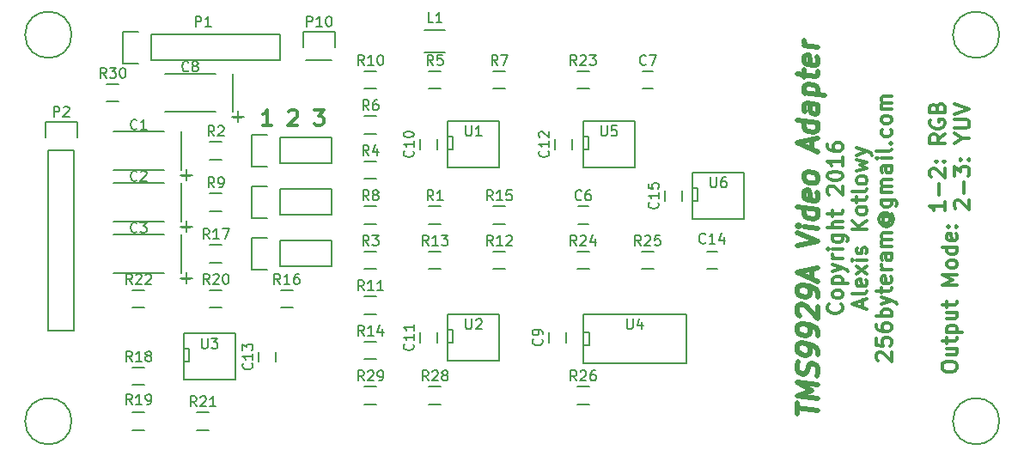
<source format=gbr>
G04 #@! TF.FileFunction,Legend,Top*
%FSLAX46Y46*%
G04 Gerber Fmt 4.6, Leading zero omitted, Abs format (unit mm)*
G04 Created by KiCad (PCBNEW 4.0.2-stable) date 8/08/2016 13:57:25*
%MOMM*%
G01*
G04 APERTURE LIST*
%ADD10C,0.100000*%
%ADD11C,0.500000*%
%ADD12C,0.300000*%
%ADD13C,0.150000*%
G04 APERTURE END LIST*
D10*
D11*
X100504762Y-61519287D02*
X100504762Y-60376430D01*
X102504762Y-61197858D02*
X100504762Y-60947858D01*
X102504762Y-59959763D02*
X100504762Y-59709763D01*
X101933333Y-59221668D01*
X100504762Y-58376429D01*
X102504762Y-58626429D01*
X102409524Y-57757382D02*
X102504762Y-57483572D01*
X102504762Y-57007382D01*
X102409524Y-56805001D01*
X102314286Y-56697859D01*
X102123810Y-56578810D01*
X101933333Y-56555001D01*
X101742857Y-56626430D01*
X101647619Y-56709763D01*
X101552381Y-56888335D01*
X101457143Y-57257382D01*
X101361905Y-57435953D01*
X101266667Y-57519287D01*
X101076190Y-57590716D01*
X100885714Y-57566906D01*
X100695238Y-57447859D01*
X100600000Y-57340715D01*
X100504762Y-57138334D01*
X100504762Y-56662144D01*
X100600000Y-56388334D01*
X102504762Y-55674048D02*
X102504762Y-55293096D01*
X102409524Y-55090715D01*
X102314286Y-54983573D01*
X102028571Y-54757382D01*
X101647619Y-54614524D01*
X100885714Y-54519286D01*
X100695238Y-54590716D01*
X100600000Y-54674049D01*
X100504762Y-54852620D01*
X100504762Y-55233572D01*
X100600000Y-55435953D01*
X100695238Y-55543097D01*
X100885714Y-55662144D01*
X101361905Y-55721668D01*
X101552381Y-55650240D01*
X101647619Y-55566905D01*
X101742857Y-55388334D01*
X101742857Y-55007382D01*
X101647619Y-54805001D01*
X101552381Y-54697859D01*
X101361905Y-54578810D01*
X102504762Y-53769286D02*
X102504762Y-53388334D01*
X102409524Y-53185953D01*
X102314286Y-53078811D01*
X102028571Y-52852620D01*
X101647619Y-52709762D01*
X100885714Y-52614524D01*
X100695238Y-52685954D01*
X100600000Y-52769287D01*
X100504762Y-52947858D01*
X100504762Y-53328810D01*
X100600000Y-53531191D01*
X100695238Y-53638335D01*
X100885714Y-53757382D01*
X101361905Y-53816906D01*
X101552381Y-53745478D01*
X101647619Y-53662143D01*
X101742857Y-53483572D01*
X101742857Y-53102620D01*
X101647619Y-52900239D01*
X101552381Y-52793097D01*
X101361905Y-52674048D01*
X100695238Y-51828811D02*
X100600000Y-51721668D01*
X100504762Y-51519286D01*
X100504762Y-51043096D01*
X100600000Y-50864525D01*
X100695238Y-50781192D01*
X100885714Y-50709762D01*
X101076190Y-50733572D01*
X101361905Y-50864525D01*
X102504762Y-52150239D01*
X102504762Y-50912143D01*
X102504762Y-49959762D02*
X102504762Y-49578810D01*
X102409524Y-49376429D01*
X102314286Y-49269287D01*
X102028571Y-49043096D01*
X101647619Y-48900238D01*
X100885714Y-48805000D01*
X100695238Y-48876430D01*
X100600000Y-48959763D01*
X100504762Y-49138334D01*
X100504762Y-49519286D01*
X100600000Y-49721667D01*
X100695238Y-49828811D01*
X100885714Y-49947858D01*
X101361905Y-50007382D01*
X101552381Y-49935954D01*
X101647619Y-49852619D01*
X101742857Y-49674048D01*
X101742857Y-49293096D01*
X101647619Y-49090715D01*
X101552381Y-48983573D01*
X101361905Y-48864524D01*
X101933333Y-48174049D02*
X101933333Y-47221668D01*
X102504762Y-48435953D02*
X100504762Y-47519286D01*
X102504762Y-47102619D01*
X100504762Y-44947857D02*
X102504762Y-44531190D01*
X100504762Y-43614523D01*
X102504762Y-43197857D02*
X101171429Y-43031191D01*
X100504762Y-42947857D02*
X100600000Y-43055000D01*
X100695238Y-42971667D01*
X100600000Y-42864523D01*
X100504762Y-42947857D01*
X100695238Y-42971667D01*
X102504762Y-41388333D02*
X100504762Y-41138333D01*
X102409524Y-41376428D02*
X102504762Y-41578809D01*
X102504762Y-41959761D01*
X102409524Y-42138332D01*
X102314286Y-42221667D01*
X102123810Y-42293095D01*
X101552381Y-42221667D01*
X101361905Y-42102619D01*
X101266667Y-41995475D01*
X101171429Y-41793095D01*
X101171429Y-41412143D01*
X101266667Y-41233571D01*
X102409524Y-39662142D02*
X102504762Y-39864523D01*
X102504762Y-40245475D01*
X102409524Y-40424047D01*
X102219048Y-40495476D01*
X101457143Y-40400238D01*
X101266667Y-40281190D01*
X101171429Y-40078809D01*
X101171429Y-39697857D01*
X101266667Y-39519285D01*
X101457143Y-39447857D01*
X101647619Y-39471666D01*
X101838095Y-40447857D01*
X102504762Y-38435951D02*
X102409524Y-38614522D01*
X102314286Y-38697857D01*
X102123810Y-38769285D01*
X101552381Y-38697857D01*
X101361905Y-38578809D01*
X101266667Y-38471665D01*
X101171429Y-38269285D01*
X101171429Y-37983571D01*
X101266667Y-37804999D01*
X101361905Y-37721666D01*
X101552381Y-37650238D01*
X102123810Y-37721666D01*
X102314286Y-37840714D01*
X102409524Y-37947856D01*
X102504762Y-38150237D01*
X102504762Y-38435951D01*
X101933333Y-35412142D02*
X101933333Y-34459761D01*
X102504762Y-35674046D02*
X100504762Y-34757379D01*
X102504762Y-34340712D01*
X102504762Y-32816903D02*
X100504762Y-32566903D01*
X102409524Y-32804998D02*
X102504762Y-33007379D01*
X102504762Y-33388331D01*
X102409524Y-33566902D01*
X102314286Y-33650237D01*
X102123810Y-33721665D01*
X101552381Y-33650237D01*
X101361905Y-33531189D01*
X101266667Y-33424045D01*
X101171429Y-33221665D01*
X101171429Y-32840713D01*
X101266667Y-32662141D01*
X102504762Y-31007379D02*
X101457143Y-30876427D01*
X101266667Y-30947855D01*
X101171429Y-31126427D01*
X101171429Y-31507379D01*
X101266667Y-31709760D01*
X102409524Y-30995474D02*
X102504762Y-31197855D01*
X102504762Y-31674045D01*
X102409524Y-31852617D01*
X102219048Y-31924046D01*
X102028571Y-31900236D01*
X101838095Y-31781189D01*
X101742857Y-31578807D01*
X101742857Y-31102617D01*
X101647619Y-30900236D01*
X101171429Y-29888332D02*
X103171429Y-30138332D01*
X101266667Y-29900236D02*
X101171429Y-29697855D01*
X101171429Y-29316903D01*
X101266667Y-29138331D01*
X101361905Y-29054998D01*
X101552381Y-28983570D01*
X102123810Y-29054998D01*
X102314286Y-29174046D01*
X102409524Y-29281188D01*
X102504762Y-29483569D01*
X102504762Y-29864521D01*
X102409524Y-30043093D01*
X101171429Y-28364522D02*
X101171429Y-27602617D01*
X100504762Y-27995474D02*
X102219048Y-28209760D01*
X102409524Y-28138330D01*
X102504762Y-27959759D01*
X102504762Y-27769283D01*
X102409524Y-26328807D02*
X102504762Y-26531188D01*
X102504762Y-26912140D01*
X102409524Y-27090712D01*
X102219048Y-27162141D01*
X101457143Y-27066903D01*
X101266667Y-26947855D01*
X101171429Y-26745474D01*
X101171429Y-26364522D01*
X101266667Y-26185950D01*
X101457143Y-26114522D01*
X101647619Y-26138331D01*
X101838095Y-27114522D01*
X102504762Y-25388331D02*
X101171429Y-25221665D01*
X101552381Y-25269284D02*
X101361905Y-25150235D01*
X101266667Y-25043092D01*
X101171429Y-24840712D01*
X101171429Y-24650236D01*
D12*
X114748571Y-56986429D02*
X114748571Y-56700715D01*
X114820000Y-56557857D01*
X114962857Y-56415000D01*
X115248571Y-56343572D01*
X115748571Y-56343572D01*
X116034286Y-56415000D01*
X116177143Y-56557857D01*
X116248571Y-56700715D01*
X116248571Y-56986429D01*
X116177143Y-57129286D01*
X116034286Y-57272143D01*
X115748571Y-57343572D01*
X115248571Y-57343572D01*
X114962857Y-57272143D01*
X114820000Y-57129286D01*
X114748571Y-56986429D01*
X115248571Y-55057857D02*
X116248571Y-55057857D01*
X115248571Y-55700714D02*
X116034286Y-55700714D01*
X116177143Y-55629286D01*
X116248571Y-55486428D01*
X116248571Y-55272143D01*
X116177143Y-55129286D01*
X116105714Y-55057857D01*
X115248571Y-54557857D02*
X115248571Y-53986428D01*
X114748571Y-54343571D02*
X116034286Y-54343571D01*
X116177143Y-54272143D01*
X116248571Y-54129285D01*
X116248571Y-53986428D01*
X115248571Y-53486428D02*
X116748571Y-53486428D01*
X115320000Y-53486428D02*
X115248571Y-53343571D01*
X115248571Y-53057857D01*
X115320000Y-52915000D01*
X115391429Y-52843571D01*
X115534286Y-52772142D01*
X115962857Y-52772142D01*
X116105714Y-52843571D01*
X116177143Y-52915000D01*
X116248571Y-53057857D01*
X116248571Y-53343571D01*
X116177143Y-53486428D01*
X115248571Y-51486428D02*
X116248571Y-51486428D01*
X115248571Y-52129285D02*
X116034286Y-52129285D01*
X116177143Y-52057857D01*
X116248571Y-51914999D01*
X116248571Y-51700714D01*
X116177143Y-51557857D01*
X116105714Y-51486428D01*
X115248571Y-50986428D02*
X115248571Y-50414999D01*
X114748571Y-50772142D02*
X116034286Y-50772142D01*
X116177143Y-50700714D01*
X116248571Y-50557856D01*
X116248571Y-50414999D01*
X116248571Y-48772142D02*
X114748571Y-48772142D01*
X115820000Y-48272142D01*
X114748571Y-47772142D01*
X116248571Y-47772142D01*
X116248571Y-46843570D02*
X116177143Y-46986428D01*
X116105714Y-47057856D01*
X115962857Y-47129285D01*
X115534286Y-47129285D01*
X115391429Y-47057856D01*
X115320000Y-46986428D01*
X115248571Y-46843570D01*
X115248571Y-46629285D01*
X115320000Y-46486428D01*
X115391429Y-46414999D01*
X115534286Y-46343570D01*
X115962857Y-46343570D01*
X116105714Y-46414999D01*
X116177143Y-46486428D01*
X116248571Y-46629285D01*
X116248571Y-46843570D01*
X116248571Y-45057856D02*
X114748571Y-45057856D01*
X116177143Y-45057856D02*
X116248571Y-45200713D01*
X116248571Y-45486427D01*
X116177143Y-45629285D01*
X116105714Y-45700713D01*
X115962857Y-45772142D01*
X115534286Y-45772142D01*
X115391429Y-45700713D01*
X115320000Y-45629285D01*
X115248571Y-45486427D01*
X115248571Y-45200713D01*
X115320000Y-45057856D01*
X116177143Y-43772142D02*
X116248571Y-43914999D01*
X116248571Y-44200713D01*
X116177143Y-44343570D01*
X116034286Y-44414999D01*
X115462857Y-44414999D01*
X115320000Y-44343570D01*
X115248571Y-44200713D01*
X115248571Y-43914999D01*
X115320000Y-43772142D01*
X115462857Y-43700713D01*
X115605714Y-43700713D01*
X115748571Y-44414999D01*
X116105714Y-43057856D02*
X116177143Y-42986428D01*
X116248571Y-43057856D01*
X116177143Y-43129285D01*
X116105714Y-43057856D01*
X116248571Y-43057856D01*
X115320000Y-43057856D02*
X115391429Y-42986428D01*
X115462857Y-43057856D01*
X115391429Y-43129285D01*
X115320000Y-43057856D01*
X115462857Y-43057856D01*
X115048571Y-40587857D02*
X115048571Y-41445000D01*
X115048571Y-41016428D02*
X113548571Y-41016428D01*
X113762857Y-41159285D01*
X113905714Y-41302143D01*
X113977143Y-41445000D01*
X114477143Y-39945000D02*
X114477143Y-38802143D01*
X113691429Y-38159286D02*
X113620000Y-38087857D01*
X113548571Y-37945000D01*
X113548571Y-37587857D01*
X113620000Y-37445000D01*
X113691429Y-37373571D01*
X113834286Y-37302143D01*
X113977143Y-37302143D01*
X114191429Y-37373571D01*
X115048571Y-38230714D01*
X115048571Y-37302143D01*
X114905714Y-36659286D02*
X114977143Y-36587858D01*
X115048571Y-36659286D01*
X114977143Y-36730715D01*
X114905714Y-36659286D01*
X115048571Y-36659286D01*
X114120000Y-36659286D02*
X114191429Y-36587858D01*
X114262857Y-36659286D01*
X114191429Y-36730715D01*
X114120000Y-36659286D01*
X114262857Y-36659286D01*
X115048571Y-33945000D02*
X114334286Y-34445000D01*
X115048571Y-34802143D02*
X113548571Y-34802143D01*
X113548571Y-34230715D01*
X113620000Y-34087857D01*
X113691429Y-34016429D01*
X113834286Y-33945000D01*
X114048571Y-33945000D01*
X114191429Y-34016429D01*
X114262857Y-34087857D01*
X114334286Y-34230715D01*
X114334286Y-34802143D01*
X113620000Y-32516429D02*
X113548571Y-32659286D01*
X113548571Y-32873572D01*
X113620000Y-33087857D01*
X113762857Y-33230715D01*
X113905714Y-33302143D01*
X114191429Y-33373572D01*
X114405714Y-33373572D01*
X114691429Y-33302143D01*
X114834286Y-33230715D01*
X114977143Y-33087857D01*
X115048571Y-32873572D01*
X115048571Y-32730715D01*
X114977143Y-32516429D01*
X114905714Y-32445000D01*
X114405714Y-32445000D01*
X114405714Y-32730715D01*
X114262857Y-31302143D02*
X114334286Y-31087857D01*
X114405714Y-31016429D01*
X114548571Y-30945000D01*
X114762857Y-30945000D01*
X114905714Y-31016429D01*
X114977143Y-31087857D01*
X115048571Y-31230715D01*
X115048571Y-31802143D01*
X113548571Y-31802143D01*
X113548571Y-31302143D01*
X113620000Y-31159286D01*
X113691429Y-31087857D01*
X113834286Y-31016429D01*
X113977143Y-31016429D01*
X114120000Y-31087857D01*
X114191429Y-31159286D01*
X114262857Y-31302143D01*
X114262857Y-31802143D01*
X116091429Y-41266428D02*
X116020000Y-41194999D01*
X115948571Y-41052142D01*
X115948571Y-40694999D01*
X116020000Y-40552142D01*
X116091429Y-40480713D01*
X116234286Y-40409285D01*
X116377143Y-40409285D01*
X116591429Y-40480713D01*
X117448571Y-41337856D01*
X117448571Y-40409285D01*
X116877143Y-39766428D02*
X116877143Y-38623571D01*
X115948571Y-38052142D02*
X115948571Y-37123571D01*
X116520000Y-37623571D01*
X116520000Y-37409285D01*
X116591429Y-37266428D01*
X116662857Y-37194999D01*
X116805714Y-37123571D01*
X117162857Y-37123571D01*
X117305714Y-37194999D01*
X117377143Y-37266428D01*
X117448571Y-37409285D01*
X117448571Y-37837857D01*
X117377143Y-37980714D01*
X117305714Y-38052142D01*
X117305714Y-36480714D02*
X117377143Y-36409286D01*
X117448571Y-36480714D01*
X117377143Y-36552143D01*
X117305714Y-36480714D01*
X117448571Y-36480714D01*
X116520000Y-36480714D02*
X116591429Y-36409286D01*
X116662857Y-36480714D01*
X116591429Y-36552143D01*
X116520000Y-36480714D01*
X116662857Y-36480714D01*
X116734286Y-34337857D02*
X117448571Y-34337857D01*
X115948571Y-34837857D02*
X116734286Y-34337857D01*
X115948571Y-33837857D01*
X115948571Y-33337857D02*
X117162857Y-33337857D01*
X117305714Y-33266429D01*
X117377143Y-33195000D01*
X117448571Y-33052143D01*
X117448571Y-32766429D01*
X117377143Y-32623571D01*
X117305714Y-32552143D01*
X117162857Y-32480714D01*
X115948571Y-32480714D01*
X115948571Y-31980714D02*
X117448571Y-31480714D01*
X115948571Y-30980714D01*
X48657144Y-33063571D02*
X47800001Y-33063571D01*
X48228573Y-33063571D02*
X48228573Y-31563571D01*
X48085716Y-31777857D01*
X47942858Y-31920714D01*
X47800001Y-31992143D01*
X50371429Y-31706429D02*
X50442858Y-31635000D01*
X50585715Y-31563571D01*
X50942858Y-31563571D01*
X51085715Y-31635000D01*
X51157144Y-31706429D01*
X51228572Y-31849286D01*
X51228572Y-31992143D01*
X51157144Y-32206429D01*
X50300001Y-33063571D01*
X51228572Y-33063571D01*
X52871429Y-31563571D02*
X53800000Y-31563571D01*
X53300000Y-32135000D01*
X53514286Y-32135000D01*
X53657143Y-32206429D01*
X53728572Y-32277857D01*
X53800000Y-32420714D01*
X53800000Y-32777857D01*
X53728572Y-32920714D01*
X53657143Y-32992143D01*
X53514286Y-33063571D01*
X53085714Y-33063571D01*
X52942857Y-32992143D01*
X52871429Y-32920714D01*
X104815714Y-50679999D02*
X104887143Y-50751428D01*
X104958571Y-50965714D01*
X104958571Y-51108571D01*
X104887143Y-51322856D01*
X104744286Y-51465714D01*
X104601429Y-51537142D01*
X104315714Y-51608571D01*
X104101429Y-51608571D01*
X103815714Y-51537142D01*
X103672857Y-51465714D01*
X103530000Y-51322856D01*
X103458571Y-51108571D01*
X103458571Y-50965714D01*
X103530000Y-50751428D01*
X103601429Y-50679999D01*
X104958571Y-49822856D02*
X104887143Y-49965714D01*
X104815714Y-50037142D01*
X104672857Y-50108571D01*
X104244286Y-50108571D01*
X104101429Y-50037142D01*
X104030000Y-49965714D01*
X103958571Y-49822856D01*
X103958571Y-49608571D01*
X104030000Y-49465714D01*
X104101429Y-49394285D01*
X104244286Y-49322856D01*
X104672857Y-49322856D01*
X104815714Y-49394285D01*
X104887143Y-49465714D01*
X104958571Y-49608571D01*
X104958571Y-49822856D01*
X103958571Y-48679999D02*
X105458571Y-48679999D01*
X104030000Y-48679999D02*
X103958571Y-48537142D01*
X103958571Y-48251428D01*
X104030000Y-48108571D01*
X104101429Y-48037142D01*
X104244286Y-47965713D01*
X104672857Y-47965713D01*
X104815714Y-48037142D01*
X104887143Y-48108571D01*
X104958571Y-48251428D01*
X104958571Y-48537142D01*
X104887143Y-48679999D01*
X103958571Y-47465713D02*
X104958571Y-47108570D01*
X103958571Y-46751428D02*
X104958571Y-47108570D01*
X105315714Y-47251428D01*
X105387143Y-47322856D01*
X105458571Y-47465713D01*
X104958571Y-46179999D02*
X103958571Y-46179999D01*
X104244286Y-46179999D02*
X104101429Y-46108571D01*
X104030000Y-46037142D01*
X103958571Y-45894285D01*
X103958571Y-45751428D01*
X104958571Y-45251428D02*
X103958571Y-45251428D01*
X103458571Y-45251428D02*
X103530000Y-45322857D01*
X103601429Y-45251428D01*
X103530000Y-45180000D01*
X103458571Y-45251428D01*
X103601429Y-45251428D01*
X103958571Y-43894285D02*
X105172857Y-43894285D01*
X105315714Y-43965714D01*
X105387143Y-44037142D01*
X105458571Y-44179999D01*
X105458571Y-44394285D01*
X105387143Y-44537142D01*
X104887143Y-43894285D02*
X104958571Y-44037142D01*
X104958571Y-44322856D01*
X104887143Y-44465714D01*
X104815714Y-44537142D01*
X104672857Y-44608571D01*
X104244286Y-44608571D01*
X104101429Y-44537142D01*
X104030000Y-44465714D01*
X103958571Y-44322856D01*
X103958571Y-44037142D01*
X104030000Y-43894285D01*
X104958571Y-43179999D02*
X103458571Y-43179999D01*
X104958571Y-42537142D02*
X104172857Y-42537142D01*
X104030000Y-42608571D01*
X103958571Y-42751428D01*
X103958571Y-42965713D01*
X104030000Y-43108571D01*
X104101429Y-43179999D01*
X103958571Y-42037142D02*
X103958571Y-41465713D01*
X103458571Y-41822856D02*
X104744286Y-41822856D01*
X104887143Y-41751428D01*
X104958571Y-41608570D01*
X104958571Y-41465713D01*
X103601429Y-39894285D02*
X103530000Y-39822856D01*
X103458571Y-39679999D01*
X103458571Y-39322856D01*
X103530000Y-39179999D01*
X103601429Y-39108570D01*
X103744286Y-39037142D01*
X103887143Y-39037142D01*
X104101429Y-39108570D01*
X104958571Y-39965713D01*
X104958571Y-39037142D01*
X103458571Y-38108571D02*
X103458571Y-37965714D01*
X103530000Y-37822857D01*
X103601429Y-37751428D01*
X103744286Y-37679999D01*
X104030000Y-37608571D01*
X104387143Y-37608571D01*
X104672857Y-37679999D01*
X104815714Y-37751428D01*
X104887143Y-37822857D01*
X104958571Y-37965714D01*
X104958571Y-38108571D01*
X104887143Y-38251428D01*
X104815714Y-38322857D01*
X104672857Y-38394285D01*
X104387143Y-38465714D01*
X104030000Y-38465714D01*
X103744286Y-38394285D01*
X103601429Y-38322857D01*
X103530000Y-38251428D01*
X103458571Y-38108571D01*
X104958571Y-36180000D02*
X104958571Y-37037143D01*
X104958571Y-36608571D02*
X103458571Y-36608571D01*
X103672857Y-36751428D01*
X103815714Y-36894286D01*
X103887143Y-37037143D01*
X103458571Y-34894286D02*
X103458571Y-35180000D01*
X103530000Y-35322857D01*
X103601429Y-35394286D01*
X103815714Y-35537143D01*
X104101429Y-35608572D01*
X104672857Y-35608572D01*
X104815714Y-35537143D01*
X104887143Y-35465715D01*
X104958571Y-35322857D01*
X104958571Y-35037143D01*
X104887143Y-34894286D01*
X104815714Y-34822857D01*
X104672857Y-34751429D01*
X104315714Y-34751429D01*
X104172857Y-34822857D01*
X104101429Y-34894286D01*
X104030000Y-35037143D01*
X104030000Y-35322857D01*
X104101429Y-35465715D01*
X104172857Y-35537143D01*
X104315714Y-35608572D01*
X106930000Y-51001429D02*
X106930000Y-50287143D01*
X107358571Y-51144286D02*
X105858571Y-50644286D01*
X107358571Y-50144286D01*
X107358571Y-49430000D02*
X107287143Y-49572858D01*
X107144286Y-49644286D01*
X105858571Y-49644286D01*
X107287143Y-48287144D02*
X107358571Y-48430001D01*
X107358571Y-48715715D01*
X107287143Y-48858572D01*
X107144286Y-48930001D01*
X106572857Y-48930001D01*
X106430000Y-48858572D01*
X106358571Y-48715715D01*
X106358571Y-48430001D01*
X106430000Y-48287144D01*
X106572857Y-48215715D01*
X106715714Y-48215715D01*
X106858571Y-48930001D01*
X107358571Y-47715715D02*
X106358571Y-46930001D01*
X106358571Y-47715715D02*
X107358571Y-46930001D01*
X107358571Y-46358572D02*
X106358571Y-46358572D01*
X105858571Y-46358572D02*
X105930000Y-46430001D01*
X106001429Y-46358572D01*
X105930000Y-46287144D01*
X105858571Y-46358572D01*
X106001429Y-46358572D01*
X107287143Y-45715715D02*
X107358571Y-45572858D01*
X107358571Y-45287143D01*
X107287143Y-45144286D01*
X107144286Y-45072858D01*
X107072857Y-45072858D01*
X106930000Y-45144286D01*
X106858571Y-45287143D01*
X106858571Y-45501429D01*
X106787143Y-45644286D01*
X106644286Y-45715715D01*
X106572857Y-45715715D01*
X106430000Y-45644286D01*
X106358571Y-45501429D01*
X106358571Y-45287143D01*
X106430000Y-45144286D01*
X107358571Y-43287143D02*
X105858571Y-43287143D01*
X107358571Y-42430000D02*
X106501429Y-43072857D01*
X105858571Y-42430000D02*
X106715714Y-43287143D01*
X107358571Y-41572857D02*
X107287143Y-41715715D01*
X107215714Y-41787143D01*
X107072857Y-41858572D01*
X106644286Y-41858572D01*
X106501429Y-41787143D01*
X106430000Y-41715715D01*
X106358571Y-41572857D01*
X106358571Y-41358572D01*
X106430000Y-41215715D01*
X106501429Y-41144286D01*
X106644286Y-41072857D01*
X107072857Y-41072857D01*
X107215714Y-41144286D01*
X107287143Y-41215715D01*
X107358571Y-41358572D01*
X107358571Y-41572857D01*
X106358571Y-40644286D02*
X106358571Y-40072857D01*
X105858571Y-40430000D02*
X107144286Y-40430000D01*
X107287143Y-40358572D01*
X107358571Y-40215714D01*
X107358571Y-40072857D01*
X107358571Y-39358571D02*
X107287143Y-39501429D01*
X107144286Y-39572857D01*
X105858571Y-39572857D01*
X107358571Y-38572857D02*
X107287143Y-38715715D01*
X107215714Y-38787143D01*
X107072857Y-38858572D01*
X106644286Y-38858572D01*
X106501429Y-38787143D01*
X106430000Y-38715715D01*
X106358571Y-38572857D01*
X106358571Y-38358572D01*
X106430000Y-38215715D01*
X106501429Y-38144286D01*
X106644286Y-38072857D01*
X107072857Y-38072857D01*
X107215714Y-38144286D01*
X107287143Y-38215715D01*
X107358571Y-38358572D01*
X107358571Y-38572857D01*
X106358571Y-37572857D02*
X107358571Y-37287143D01*
X106644286Y-37001429D01*
X107358571Y-36715714D01*
X106358571Y-36430000D01*
X106358571Y-36001428D02*
X107358571Y-35644285D01*
X106358571Y-35287143D02*
X107358571Y-35644285D01*
X107715714Y-35787143D01*
X107787143Y-35858571D01*
X107858571Y-36001428D01*
X108401429Y-56251428D02*
X108330000Y-56179999D01*
X108258571Y-56037142D01*
X108258571Y-55679999D01*
X108330000Y-55537142D01*
X108401429Y-55465713D01*
X108544286Y-55394285D01*
X108687143Y-55394285D01*
X108901429Y-55465713D01*
X109758571Y-56322856D01*
X109758571Y-55394285D01*
X108258571Y-54037142D02*
X108258571Y-54751428D01*
X108972857Y-54822857D01*
X108901429Y-54751428D01*
X108830000Y-54608571D01*
X108830000Y-54251428D01*
X108901429Y-54108571D01*
X108972857Y-54037142D01*
X109115714Y-53965714D01*
X109472857Y-53965714D01*
X109615714Y-54037142D01*
X109687143Y-54108571D01*
X109758571Y-54251428D01*
X109758571Y-54608571D01*
X109687143Y-54751428D01*
X109615714Y-54822857D01*
X108258571Y-52680000D02*
X108258571Y-52965714D01*
X108330000Y-53108571D01*
X108401429Y-53180000D01*
X108615714Y-53322857D01*
X108901429Y-53394286D01*
X109472857Y-53394286D01*
X109615714Y-53322857D01*
X109687143Y-53251429D01*
X109758571Y-53108571D01*
X109758571Y-52822857D01*
X109687143Y-52680000D01*
X109615714Y-52608571D01*
X109472857Y-52537143D01*
X109115714Y-52537143D01*
X108972857Y-52608571D01*
X108901429Y-52680000D01*
X108830000Y-52822857D01*
X108830000Y-53108571D01*
X108901429Y-53251429D01*
X108972857Y-53322857D01*
X109115714Y-53394286D01*
X109758571Y-51894286D02*
X108258571Y-51894286D01*
X108830000Y-51894286D02*
X108758571Y-51751429D01*
X108758571Y-51465715D01*
X108830000Y-51322858D01*
X108901429Y-51251429D01*
X109044286Y-51180000D01*
X109472857Y-51180000D01*
X109615714Y-51251429D01*
X109687143Y-51322858D01*
X109758571Y-51465715D01*
X109758571Y-51751429D01*
X109687143Y-51894286D01*
X108758571Y-50680000D02*
X109758571Y-50322857D01*
X108758571Y-49965715D02*
X109758571Y-50322857D01*
X110115714Y-50465715D01*
X110187143Y-50537143D01*
X110258571Y-50680000D01*
X108758571Y-49608572D02*
X108758571Y-49037143D01*
X108258571Y-49394286D02*
X109544286Y-49394286D01*
X109687143Y-49322858D01*
X109758571Y-49180000D01*
X109758571Y-49037143D01*
X109687143Y-47965715D02*
X109758571Y-48108572D01*
X109758571Y-48394286D01*
X109687143Y-48537143D01*
X109544286Y-48608572D01*
X108972857Y-48608572D01*
X108830000Y-48537143D01*
X108758571Y-48394286D01*
X108758571Y-48108572D01*
X108830000Y-47965715D01*
X108972857Y-47894286D01*
X109115714Y-47894286D01*
X109258571Y-48608572D01*
X109758571Y-47251429D02*
X108758571Y-47251429D01*
X109044286Y-47251429D02*
X108901429Y-47180001D01*
X108830000Y-47108572D01*
X108758571Y-46965715D01*
X108758571Y-46822858D01*
X109758571Y-45680001D02*
X108972857Y-45680001D01*
X108830000Y-45751430D01*
X108758571Y-45894287D01*
X108758571Y-46180001D01*
X108830000Y-46322858D01*
X109687143Y-45680001D02*
X109758571Y-45822858D01*
X109758571Y-46180001D01*
X109687143Y-46322858D01*
X109544286Y-46394287D01*
X109401429Y-46394287D01*
X109258571Y-46322858D01*
X109187143Y-46180001D01*
X109187143Y-45822858D01*
X109115714Y-45680001D01*
X109758571Y-44965715D02*
X108758571Y-44965715D01*
X108901429Y-44965715D02*
X108830000Y-44894287D01*
X108758571Y-44751429D01*
X108758571Y-44537144D01*
X108830000Y-44394287D01*
X108972857Y-44322858D01*
X109758571Y-44322858D01*
X108972857Y-44322858D02*
X108830000Y-44251429D01*
X108758571Y-44108572D01*
X108758571Y-43894287D01*
X108830000Y-43751429D01*
X108972857Y-43680001D01*
X109758571Y-43680001D01*
X109044286Y-42037144D02*
X108972857Y-42108572D01*
X108901429Y-42251429D01*
X108901429Y-42394287D01*
X108972857Y-42537144D01*
X109044286Y-42608572D01*
X109187143Y-42680001D01*
X109330000Y-42680001D01*
X109472857Y-42608572D01*
X109544286Y-42537144D01*
X109615714Y-42394287D01*
X109615714Y-42251429D01*
X109544286Y-42108572D01*
X109472857Y-42037144D01*
X108901429Y-42037144D02*
X109472857Y-42037144D01*
X109544286Y-41965715D01*
X109544286Y-41894287D01*
X109472857Y-41751429D01*
X109330000Y-41680001D01*
X108972857Y-41680001D01*
X108758571Y-41822858D01*
X108615714Y-42037144D01*
X108544286Y-42322858D01*
X108615714Y-42608572D01*
X108758571Y-42822858D01*
X108972857Y-42965715D01*
X109258571Y-43037144D01*
X109544286Y-42965715D01*
X109758571Y-42822858D01*
X109901429Y-42608572D01*
X109972857Y-42322858D01*
X109901429Y-42037144D01*
X109758571Y-41822858D01*
X108758571Y-40394287D02*
X109972857Y-40394287D01*
X110115714Y-40465716D01*
X110187143Y-40537144D01*
X110258571Y-40680001D01*
X110258571Y-40894287D01*
X110187143Y-41037144D01*
X109687143Y-40394287D02*
X109758571Y-40537144D01*
X109758571Y-40822858D01*
X109687143Y-40965716D01*
X109615714Y-41037144D01*
X109472857Y-41108573D01*
X109044286Y-41108573D01*
X108901429Y-41037144D01*
X108830000Y-40965716D01*
X108758571Y-40822858D01*
X108758571Y-40537144D01*
X108830000Y-40394287D01*
X109758571Y-39680001D02*
X108758571Y-39680001D01*
X108901429Y-39680001D02*
X108830000Y-39608573D01*
X108758571Y-39465715D01*
X108758571Y-39251430D01*
X108830000Y-39108573D01*
X108972857Y-39037144D01*
X109758571Y-39037144D01*
X108972857Y-39037144D02*
X108830000Y-38965715D01*
X108758571Y-38822858D01*
X108758571Y-38608573D01*
X108830000Y-38465715D01*
X108972857Y-38394287D01*
X109758571Y-38394287D01*
X109758571Y-37037144D02*
X108972857Y-37037144D01*
X108830000Y-37108573D01*
X108758571Y-37251430D01*
X108758571Y-37537144D01*
X108830000Y-37680001D01*
X109687143Y-37037144D02*
X109758571Y-37180001D01*
X109758571Y-37537144D01*
X109687143Y-37680001D01*
X109544286Y-37751430D01*
X109401429Y-37751430D01*
X109258571Y-37680001D01*
X109187143Y-37537144D01*
X109187143Y-37180001D01*
X109115714Y-37037144D01*
X109758571Y-36322858D02*
X108758571Y-36322858D01*
X108258571Y-36322858D02*
X108330000Y-36394287D01*
X108401429Y-36322858D01*
X108330000Y-36251430D01*
X108258571Y-36322858D01*
X108401429Y-36322858D01*
X109758571Y-35394286D02*
X109687143Y-35537144D01*
X109544286Y-35608572D01*
X108258571Y-35608572D01*
X109615714Y-34822858D02*
X109687143Y-34751430D01*
X109758571Y-34822858D01*
X109687143Y-34894287D01*
X109615714Y-34822858D01*
X109758571Y-34822858D01*
X109687143Y-33465715D02*
X109758571Y-33608572D01*
X109758571Y-33894286D01*
X109687143Y-34037144D01*
X109615714Y-34108572D01*
X109472857Y-34180001D01*
X109044286Y-34180001D01*
X108901429Y-34108572D01*
X108830000Y-34037144D01*
X108758571Y-33894286D01*
X108758571Y-33608572D01*
X108830000Y-33465715D01*
X109758571Y-32608572D02*
X109687143Y-32751430D01*
X109615714Y-32822858D01*
X109472857Y-32894287D01*
X109044286Y-32894287D01*
X108901429Y-32822858D01*
X108830000Y-32751430D01*
X108758571Y-32608572D01*
X108758571Y-32394287D01*
X108830000Y-32251430D01*
X108901429Y-32180001D01*
X109044286Y-32108572D01*
X109472857Y-32108572D01*
X109615714Y-32180001D01*
X109687143Y-32251430D01*
X109758571Y-32394287D01*
X109758571Y-32608572D01*
X109758571Y-31465715D02*
X108758571Y-31465715D01*
X108901429Y-31465715D02*
X108830000Y-31394287D01*
X108758571Y-31251429D01*
X108758571Y-31037144D01*
X108830000Y-30894287D01*
X108972857Y-30822858D01*
X109758571Y-30822858D01*
X108972857Y-30822858D02*
X108830000Y-30751429D01*
X108758571Y-30608572D01*
X108758571Y-30394287D01*
X108830000Y-30251429D01*
X108972857Y-30180001D01*
X109758571Y-30180001D01*
D13*
X89535000Y-51689000D02*
X89535000Y-56515000D01*
X89535000Y-56515000D02*
X79375000Y-56515000D01*
X79375000Y-56515000D02*
X79375000Y-51689000D01*
X79375000Y-51689000D02*
X89535000Y-51689000D01*
X79375000Y-53467000D02*
X80010000Y-53467000D01*
X80010000Y-53467000D02*
X80010000Y-54737000D01*
X80010000Y-54737000D02*
X79375000Y-54737000D01*
X28956000Y-24130000D02*
G75*
G03X28956000Y-24130000I-2286000J0D01*
G01*
X120396000Y-24130000D02*
G75*
G03X120396000Y-24130000I-2286000J0D01*
G01*
X120396000Y-62230000D02*
G75*
G03X120396000Y-62230000I-2286000J0D01*
G01*
X66040000Y-51689000D02*
X71120000Y-51689000D01*
X71120000Y-51689000D02*
X71120000Y-56261000D01*
X71120000Y-56261000D02*
X66040000Y-56261000D01*
X66040000Y-56261000D02*
X66040000Y-51689000D01*
X66040000Y-53213000D02*
X66548000Y-53213000D01*
X66548000Y-53213000D02*
X66548000Y-54483000D01*
X66548000Y-54483000D02*
X66040000Y-54483000D01*
X79875000Y-41060000D02*
X78875000Y-41060000D01*
X78875000Y-42760000D02*
X79875000Y-42760000D01*
X86225000Y-27725000D02*
X85225000Y-27725000D01*
X85225000Y-29425000D02*
X86225000Y-29425000D01*
X75985000Y-53475000D02*
X75985000Y-54475000D01*
X77685000Y-54475000D02*
X77685000Y-53475000D01*
X63285000Y-34425000D02*
X63285000Y-35425000D01*
X64985000Y-35425000D02*
X64985000Y-34425000D01*
X63285000Y-53475000D02*
X63285000Y-54475000D01*
X64985000Y-54475000D02*
X64985000Y-53475000D01*
X76620000Y-34425000D02*
X76620000Y-35425000D01*
X78320000Y-35425000D02*
X78320000Y-34425000D01*
X47410000Y-55380000D02*
X47410000Y-56380000D01*
X49110000Y-56380000D02*
X49110000Y-55380000D01*
X65370000Y-42785000D02*
X64170000Y-42785000D01*
X64170000Y-41035000D02*
X65370000Y-41035000D01*
X43780000Y-36435000D02*
X42580000Y-36435000D01*
X42580000Y-34685000D02*
X43780000Y-34685000D01*
X59020000Y-47230000D02*
X57820000Y-47230000D01*
X57820000Y-45480000D02*
X59020000Y-45480000D01*
X59020000Y-38340000D02*
X57820000Y-38340000D01*
X57820000Y-36590000D02*
X59020000Y-36590000D01*
X65370000Y-29450000D02*
X64170000Y-29450000D01*
X64170000Y-27700000D02*
X65370000Y-27700000D01*
X59020000Y-33895000D02*
X57820000Y-33895000D01*
X57820000Y-32145000D02*
X59020000Y-32145000D01*
X71720000Y-29450000D02*
X70520000Y-29450000D01*
X70520000Y-27700000D02*
X71720000Y-27700000D01*
X59020000Y-42785000D02*
X57820000Y-42785000D01*
X57820000Y-41035000D02*
X59020000Y-41035000D01*
X43780000Y-41515000D02*
X42580000Y-41515000D01*
X42580000Y-39765000D02*
X43780000Y-39765000D01*
X59020000Y-29450000D02*
X57820000Y-29450000D01*
X57820000Y-27700000D02*
X59020000Y-27700000D01*
X59020000Y-51675000D02*
X57820000Y-51675000D01*
X57820000Y-49925000D02*
X59020000Y-49925000D01*
X71720000Y-47230000D02*
X70520000Y-47230000D01*
X70520000Y-45480000D02*
X71720000Y-45480000D01*
X65370000Y-47230000D02*
X64170000Y-47230000D01*
X64170000Y-45480000D02*
X65370000Y-45480000D01*
X59020000Y-56120000D02*
X57820000Y-56120000D01*
X57820000Y-54370000D02*
X59020000Y-54370000D01*
X71720000Y-42785000D02*
X70520000Y-42785000D01*
X70520000Y-41035000D02*
X71720000Y-41035000D01*
X50765000Y-51040000D02*
X49565000Y-51040000D01*
X49565000Y-49290000D02*
X50765000Y-49290000D01*
X43780000Y-46595000D02*
X42580000Y-46595000D01*
X42580000Y-44845000D02*
X43780000Y-44845000D01*
X34960000Y-56910000D02*
X36160000Y-56910000D01*
X36160000Y-58660000D02*
X34960000Y-58660000D01*
X36160000Y-63105000D02*
X34960000Y-63105000D01*
X34960000Y-61355000D02*
X36160000Y-61355000D01*
X43780000Y-51040000D02*
X42580000Y-51040000D01*
X42580000Y-49290000D02*
X43780000Y-49290000D01*
X41310000Y-61355000D02*
X42510000Y-61355000D01*
X42510000Y-63105000D02*
X41310000Y-63105000D01*
X36160000Y-51040000D02*
X34960000Y-51040000D01*
X34960000Y-49290000D02*
X36160000Y-49290000D01*
X79975000Y-29450000D02*
X78775000Y-29450000D01*
X78775000Y-27700000D02*
X79975000Y-27700000D01*
X66040000Y-32639000D02*
X71120000Y-32639000D01*
X71120000Y-32639000D02*
X71120000Y-37211000D01*
X71120000Y-37211000D02*
X66040000Y-37211000D01*
X66040000Y-37211000D02*
X66040000Y-32639000D01*
X66040000Y-34163000D02*
X66548000Y-34163000D01*
X66548000Y-34163000D02*
X66548000Y-35433000D01*
X66548000Y-35433000D02*
X66040000Y-35433000D01*
X40005000Y-53594000D02*
X45085000Y-53594000D01*
X45085000Y-53594000D02*
X45085000Y-58166000D01*
X45085000Y-58166000D02*
X40005000Y-58166000D01*
X40005000Y-58166000D02*
X40005000Y-53594000D01*
X40005000Y-55118000D02*
X40513000Y-55118000D01*
X40513000Y-55118000D02*
X40513000Y-56388000D01*
X40513000Y-56388000D02*
X40005000Y-56388000D01*
X79375000Y-32639000D02*
X84455000Y-32639000D01*
X84455000Y-32639000D02*
X84455000Y-37211000D01*
X84455000Y-37211000D02*
X79375000Y-37211000D01*
X79375000Y-37211000D02*
X79375000Y-32639000D01*
X79375000Y-34163000D02*
X79883000Y-34163000D01*
X79883000Y-34163000D02*
X79883000Y-35433000D01*
X79883000Y-35433000D02*
X79375000Y-35433000D01*
X36830000Y-24130000D02*
X49530000Y-24130000D01*
X49530000Y-24130000D02*
X49530000Y-26670000D01*
X49530000Y-26670000D02*
X36830000Y-26670000D01*
X34010000Y-23850000D02*
X35560000Y-23850000D01*
X36830000Y-24130000D02*
X36830000Y-26670000D01*
X35560000Y-26950000D02*
X34010000Y-26950000D01*
X34010000Y-26950000D02*
X34010000Y-23850000D01*
X79975000Y-47230000D02*
X78775000Y-47230000D01*
X78775000Y-45480000D02*
X79975000Y-45480000D01*
X85125000Y-45480000D02*
X86325000Y-45480000D01*
X86325000Y-47230000D02*
X85125000Y-47230000D01*
X49530000Y-36830000D02*
X54610000Y-36830000D01*
X54610000Y-36830000D02*
X54610000Y-34290000D01*
X54610000Y-34290000D02*
X49530000Y-34290000D01*
X46710000Y-34010000D02*
X48260000Y-34010000D01*
X49530000Y-34290000D02*
X49530000Y-36830000D01*
X48260000Y-37110000D02*
X46710000Y-37110000D01*
X46710000Y-37110000D02*
X46710000Y-34010000D01*
X49530000Y-41910000D02*
X54610000Y-41910000D01*
X54610000Y-41910000D02*
X54610000Y-39370000D01*
X54610000Y-39370000D02*
X49530000Y-39370000D01*
X46710000Y-39090000D02*
X48260000Y-39090000D01*
X49530000Y-39370000D02*
X49530000Y-41910000D01*
X48260000Y-42190000D02*
X46710000Y-42190000D01*
X46710000Y-42190000D02*
X46710000Y-39090000D01*
X49530000Y-46990000D02*
X54610000Y-46990000D01*
X54610000Y-46990000D02*
X54610000Y-44450000D01*
X54610000Y-44450000D02*
X49530000Y-44450000D01*
X46710000Y-44170000D02*
X48260000Y-44170000D01*
X49530000Y-44450000D02*
X49530000Y-46990000D01*
X48260000Y-47270000D02*
X46710000Y-47270000D01*
X46710000Y-47270000D02*
X46710000Y-44170000D01*
X92575000Y-45505000D02*
X91575000Y-45505000D01*
X91575000Y-47205000D02*
X92575000Y-47205000D01*
X28956000Y-62230000D02*
G75*
G03X28956000Y-62230000I-2286000J0D01*
G01*
X79975000Y-60565000D02*
X78775000Y-60565000D01*
X78775000Y-58815000D02*
X79975000Y-58815000D01*
X90170000Y-37719000D02*
X95250000Y-37719000D01*
X95250000Y-37719000D02*
X95250000Y-42291000D01*
X95250000Y-42291000D02*
X90170000Y-42291000D01*
X90170000Y-42291000D02*
X90170000Y-37719000D01*
X90170000Y-39243000D02*
X90678000Y-39243000D01*
X90678000Y-39243000D02*
X90678000Y-40513000D01*
X90678000Y-40513000D02*
X90170000Y-40513000D01*
X87415000Y-39505000D02*
X87415000Y-40505000D01*
X89115000Y-40505000D02*
X89115000Y-39505000D01*
X65370000Y-60565000D02*
X64170000Y-60565000D01*
X64170000Y-58815000D02*
X65370000Y-58815000D01*
X59020000Y-60565000D02*
X57820000Y-60565000D01*
X57820000Y-58815000D02*
X59020000Y-58815000D01*
X29210000Y-35560000D02*
X29210000Y-53340000D01*
X29210000Y-53340000D02*
X26670000Y-53340000D01*
X26670000Y-53340000D02*
X26670000Y-35560000D01*
X29490000Y-32740000D02*
X29490000Y-34290000D01*
X29210000Y-35560000D02*
X26670000Y-35560000D01*
X26390000Y-34290000D02*
X26390000Y-32740000D01*
X26390000Y-32740000D02*
X29490000Y-32740000D01*
X54890000Y-23850000D02*
X54890000Y-25400000D01*
X51790000Y-25400000D02*
X51790000Y-23850000D01*
X51790000Y-23850000D02*
X54890000Y-23850000D01*
X52070000Y-26670000D02*
X54610000Y-26670000D01*
X33620000Y-30720000D02*
X32420000Y-30720000D01*
X32420000Y-28970000D02*
X33620000Y-28970000D01*
X39761160Y-37459920D02*
X39761160Y-33660080D01*
X33060640Y-37459920D02*
X38059360Y-37459920D01*
X33063180Y-33660080D02*
X38061900Y-33660080D01*
X40264080Y-38463220D02*
X40264080Y-37363400D01*
X40863520Y-37962840D02*
X39664640Y-37962840D01*
X39761160Y-42539920D02*
X39761160Y-38740080D01*
X33060640Y-42539920D02*
X38059360Y-42539920D01*
X33063180Y-38740080D02*
X38061900Y-38740080D01*
X40264080Y-43543220D02*
X40264080Y-42443400D01*
X40863520Y-43042840D02*
X39664640Y-43042840D01*
X44841160Y-31744920D02*
X44841160Y-27945080D01*
X38140640Y-31744920D02*
X43139360Y-31744920D01*
X38143180Y-27945080D02*
X43141900Y-27945080D01*
X45344080Y-32748220D02*
X45344080Y-31648400D01*
X45943520Y-32247840D02*
X44744640Y-32247840D01*
X39761160Y-47619920D02*
X39761160Y-43820080D01*
X33060640Y-47619920D02*
X38059360Y-47619920D01*
X33063180Y-43820080D02*
X38061900Y-43820080D01*
X40264080Y-48623220D02*
X40264080Y-47523400D01*
X40863520Y-48122840D02*
X39664640Y-48122840D01*
X65770000Y-25840000D02*
X63770000Y-25840000D01*
X63770000Y-23690000D02*
X65770000Y-23690000D01*
X83693095Y-52157381D02*
X83693095Y-52966905D01*
X83740714Y-53062143D01*
X83788333Y-53109762D01*
X83883571Y-53157381D01*
X84074048Y-53157381D01*
X84169286Y-53109762D01*
X84216905Y-53062143D01*
X84264524Y-52966905D01*
X84264524Y-52157381D01*
X85169286Y-52490714D02*
X85169286Y-53157381D01*
X84931190Y-52109762D02*
X84693095Y-52824048D01*
X85312143Y-52824048D01*
X67818095Y-52157381D02*
X67818095Y-52966905D01*
X67865714Y-53062143D01*
X67913333Y-53109762D01*
X68008571Y-53157381D01*
X68199048Y-53157381D01*
X68294286Y-53109762D01*
X68341905Y-53062143D01*
X68389524Y-52966905D01*
X68389524Y-52157381D01*
X68818095Y-52252619D02*
X68865714Y-52205000D01*
X68960952Y-52157381D01*
X69199048Y-52157381D01*
X69294286Y-52205000D01*
X69341905Y-52252619D01*
X69389524Y-52347857D01*
X69389524Y-52443095D01*
X69341905Y-52585952D01*
X68770476Y-53157381D01*
X69389524Y-53157381D01*
X79208334Y-40362143D02*
X79160715Y-40409762D01*
X79017858Y-40457381D01*
X78922620Y-40457381D01*
X78779762Y-40409762D01*
X78684524Y-40314524D01*
X78636905Y-40219286D01*
X78589286Y-40028810D01*
X78589286Y-39885952D01*
X78636905Y-39695476D01*
X78684524Y-39600238D01*
X78779762Y-39505000D01*
X78922620Y-39457381D01*
X79017858Y-39457381D01*
X79160715Y-39505000D01*
X79208334Y-39552619D01*
X80065477Y-39457381D02*
X79875000Y-39457381D01*
X79779762Y-39505000D01*
X79732143Y-39552619D01*
X79636905Y-39695476D01*
X79589286Y-39885952D01*
X79589286Y-40266905D01*
X79636905Y-40362143D01*
X79684524Y-40409762D01*
X79779762Y-40457381D01*
X79970239Y-40457381D01*
X80065477Y-40409762D01*
X80113096Y-40362143D01*
X80160715Y-40266905D01*
X80160715Y-40028810D01*
X80113096Y-39933571D01*
X80065477Y-39885952D01*
X79970239Y-39838333D01*
X79779762Y-39838333D01*
X79684524Y-39885952D01*
X79636905Y-39933571D01*
X79589286Y-40028810D01*
X85558334Y-27027143D02*
X85510715Y-27074762D01*
X85367858Y-27122381D01*
X85272620Y-27122381D01*
X85129762Y-27074762D01*
X85034524Y-26979524D01*
X84986905Y-26884286D01*
X84939286Y-26693810D01*
X84939286Y-26550952D01*
X84986905Y-26360476D01*
X85034524Y-26265238D01*
X85129762Y-26170000D01*
X85272620Y-26122381D01*
X85367858Y-26122381D01*
X85510715Y-26170000D01*
X85558334Y-26217619D01*
X85891667Y-26122381D02*
X86558334Y-26122381D01*
X86129762Y-27122381D01*
X75287143Y-54141666D02*
X75334762Y-54189285D01*
X75382381Y-54332142D01*
X75382381Y-54427380D01*
X75334762Y-54570238D01*
X75239524Y-54665476D01*
X75144286Y-54713095D01*
X74953810Y-54760714D01*
X74810952Y-54760714D01*
X74620476Y-54713095D01*
X74525238Y-54665476D01*
X74430000Y-54570238D01*
X74382381Y-54427380D01*
X74382381Y-54332142D01*
X74430000Y-54189285D01*
X74477619Y-54141666D01*
X75382381Y-53665476D02*
X75382381Y-53475000D01*
X75334762Y-53379761D01*
X75287143Y-53332142D01*
X75144286Y-53236904D01*
X74953810Y-53189285D01*
X74572857Y-53189285D01*
X74477619Y-53236904D01*
X74430000Y-53284523D01*
X74382381Y-53379761D01*
X74382381Y-53570238D01*
X74430000Y-53665476D01*
X74477619Y-53713095D01*
X74572857Y-53760714D01*
X74810952Y-53760714D01*
X74906190Y-53713095D01*
X74953810Y-53665476D01*
X75001429Y-53570238D01*
X75001429Y-53379761D01*
X74953810Y-53284523D01*
X74906190Y-53236904D01*
X74810952Y-53189285D01*
X62587143Y-35567857D02*
X62634762Y-35615476D01*
X62682381Y-35758333D01*
X62682381Y-35853571D01*
X62634762Y-35996429D01*
X62539524Y-36091667D01*
X62444286Y-36139286D01*
X62253810Y-36186905D01*
X62110952Y-36186905D01*
X61920476Y-36139286D01*
X61825238Y-36091667D01*
X61730000Y-35996429D01*
X61682381Y-35853571D01*
X61682381Y-35758333D01*
X61730000Y-35615476D01*
X61777619Y-35567857D01*
X62682381Y-34615476D02*
X62682381Y-35186905D01*
X62682381Y-34901191D02*
X61682381Y-34901191D01*
X61825238Y-34996429D01*
X61920476Y-35091667D01*
X61968095Y-35186905D01*
X61682381Y-33996429D02*
X61682381Y-33901190D01*
X61730000Y-33805952D01*
X61777619Y-33758333D01*
X61872857Y-33710714D01*
X62063333Y-33663095D01*
X62301429Y-33663095D01*
X62491905Y-33710714D01*
X62587143Y-33758333D01*
X62634762Y-33805952D01*
X62682381Y-33901190D01*
X62682381Y-33996429D01*
X62634762Y-34091667D01*
X62587143Y-34139286D01*
X62491905Y-34186905D01*
X62301429Y-34234524D01*
X62063333Y-34234524D01*
X61872857Y-34186905D01*
X61777619Y-34139286D01*
X61730000Y-34091667D01*
X61682381Y-33996429D01*
X62587143Y-54617857D02*
X62634762Y-54665476D01*
X62682381Y-54808333D01*
X62682381Y-54903571D01*
X62634762Y-55046429D01*
X62539524Y-55141667D01*
X62444286Y-55189286D01*
X62253810Y-55236905D01*
X62110952Y-55236905D01*
X61920476Y-55189286D01*
X61825238Y-55141667D01*
X61730000Y-55046429D01*
X61682381Y-54903571D01*
X61682381Y-54808333D01*
X61730000Y-54665476D01*
X61777619Y-54617857D01*
X62682381Y-53665476D02*
X62682381Y-54236905D01*
X62682381Y-53951191D02*
X61682381Y-53951191D01*
X61825238Y-54046429D01*
X61920476Y-54141667D01*
X61968095Y-54236905D01*
X62682381Y-52713095D02*
X62682381Y-53284524D01*
X62682381Y-52998810D02*
X61682381Y-52998810D01*
X61825238Y-53094048D01*
X61920476Y-53189286D01*
X61968095Y-53284524D01*
X75922143Y-35567857D02*
X75969762Y-35615476D01*
X76017381Y-35758333D01*
X76017381Y-35853571D01*
X75969762Y-35996429D01*
X75874524Y-36091667D01*
X75779286Y-36139286D01*
X75588810Y-36186905D01*
X75445952Y-36186905D01*
X75255476Y-36139286D01*
X75160238Y-36091667D01*
X75065000Y-35996429D01*
X75017381Y-35853571D01*
X75017381Y-35758333D01*
X75065000Y-35615476D01*
X75112619Y-35567857D01*
X76017381Y-34615476D02*
X76017381Y-35186905D01*
X76017381Y-34901191D02*
X75017381Y-34901191D01*
X75160238Y-34996429D01*
X75255476Y-35091667D01*
X75303095Y-35186905D01*
X75112619Y-34234524D02*
X75065000Y-34186905D01*
X75017381Y-34091667D01*
X75017381Y-33853571D01*
X75065000Y-33758333D01*
X75112619Y-33710714D01*
X75207857Y-33663095D01*
X75303095Y-33663095D01*
X75445952Y-33710714D01*
X76017381Y-34282143D01*
X76017381Y-33663095D01*
X46712143Y-56522857D02*
X46759762Y-56570476D01*
X46807381Y-56713333D01*
X46807381Y-56808571D01*
X46759762Y-56951429D01*
X46664524Y-57046667D01*
X46569286Y-57094286D01*
X46378810Y-57141905D01*
X46235952Y-57141905D01*
X46045476Y-57094286D01*
X45950238Y-57046667D01*
X45855000Y-56951429D01*
X45807381Y-56808571D01*
X45807381Y-56713333D01*
X45855000Y-56570476D01*
X45902619Y-56522857D01*
X46807381Y-55570476D02*
X46807381Y-56141905D01*
X46807381Y-55856191D02*
X45807381Y-55856191D01*
X45950238Y-55951429D01*
X46045476Y-56046667D01*
X46093095Y-56141905D01*
X45807381Y-55237143D02*
X45807381Y-54618095D01*
X46188333Y-54951429D01*
X46188333Y-54808571D01*
X46235952Y-54713333D01*
X46283571Y-54665714D01*
X46378810Y-54618095D01*
X46616905Y-54618095D01*
X46712143Y-54665714D01*
X46759762Y-54713333D01*
X46807381Y-54808571D01*
X46807381Y-55094286D01*
X46759762Y-55189524D01*
X46712143Y-55237143D01*
X64603334Y-40457381D02*
X64270000Y-39981190D01*
X64031905Y-40457381D02*
X64031905Y-39457381D01*
X64412858Y-39457381D01*
X64508096Y-39505000D01*
X64555715Y-39552619D01*
X64603334Y-39647857D01*
X64603334Y-39790714D01*
X64555715Y-39885952D01*
X64508096Y-39933571D01*
X64412858Y-39981190D01*
X64031905Y-39981190D01*
X65555715Y-40457381D02*
X64984286Y-40457381D01*
X65270000Y-40457381D02*
X65270000Y-39457381D01*
X65174762Y-39600238D01*
X65079524Y-39695476D01*
X64984286Y-39743095D01*
X43013334Y-34107381D02*
X42680000Y-33631190D01*
X42441905Y-34107381D02*
X42441905Y-33107381D01*
X42822858Y-33107381D01*
X42918096Y-33155000D01*
X42965715Y-33202619D01*
X43013334Y-33297857D01*
X43013334Y-33440714D01*
X42965715Y-33535952D01*
X42918096Y-33583571D01*
X42822858Y-33631190D01*
X42441905Y-33631190D01*
X43394286Y-33202619D02*
X43441905Y-33155000D01*
X43537143Y-33107381D01*
X43775239Y-33107381D01*
X43870477Y-33155000D01*
X43918096Y-33202619D01*
X43965715Y-33297857D01*
X43965715Y-33393095D01*
X43918096Y-33535952D01*
X43346667Y-34107381D01*
X43965715Y-34107381D01*
X58253334Y-44902381D02*
X57920000Y-44426190D01*
X57681905Y-44902381D02*
X57681905Y-43902381D01*
X58062858Y-43902381D01*
X58158096Y-43950000D01*
X58205715Y-43997619D01*
X58253334Y-44092857D01*
X58253334Y-44235714D01*
X58205715Y-44330952D01*
X58158096Y-44378571D01*
X58062858Y-44426190D01*
X57681905Y-44426190D01*
X58586667Y-43902381D02*
X59205715Y-43902381D01*
X58872381Y-44283333D01*
X59015239Y-44283333D01*
X59110477Y-44330952D01*
X59158096Y-44378571D01*
X59205715Y-44473810D01*
X59205715Y-44711905D01*
X59158096Y-44807143D01*
X59110477Y-44854762D01*
X59015239Y-44902381D01*
X58729524Y-44902381D01*
X58634286Y-44854762D01*
X58586667Y-44807143D01*
X58253334Y-36012381D02*
X57920000Y-35536190D01*
X57681905Y-36012381D02*
X57681905Y-35012381D01*
X58062858Y-35012381D01*
X58158096Y-35060000D01*
X58205715Y-35107619D01*
X58253334Y-35202857D01*
X58253334Y-35345714D01*
X58205715Y-35440952D01*
X58158096Y-35488571D01*
X58062858Y-35536190D01*
X57681905Y-35536190D01*
X59110477Y-35345714D02*
X59110477Y-36012381D01*
X58872381Y-34964762D02*
X58634286Y-35679048D01*
X59253334Y-35679048D01*
X64603334Y-27122381D02*
X64270000Y-26646190D01*
X64031905Y-27122381D02*
X64031905Y-26122381D01*
X64412858Y-26122381D01*
X64508096Y-26170000D01*
X64555715Y-26217619D01*
X64603334Y-26312857D01*
X64603334Y-26455714D01*
X64555715Y-26550952D01*
X64508096Y-26598571D01*
X64412858Y-26646190D01*
X64031905Y-26646190D01*
X65508096Y-26122381D02*
X65031905Y-26122381D01*
X64984286Y-26598571D01*
X65031905Y-26550952D01*
X65127143Y-26503333D01*
X65365239Y-26503333D01*
X65460477Y-26550952D01*
X65508096Y-26598571D01*
X65555715Y-26693810D01*
X65555715Y-26931905D01*
X65508096Y-27027143D01*
X65460477Y-27074762D01*
X65365239Y-27122381D01*
X65127143Y-27122381D01*
X65031905Y-27074762D01*
X64984286Y-27027143D01*
X58253334Y-31567381D02*
X57920000Y-31091190D01*
X57681905Y-31567381D02*
X57681905Y-30567381D01*
X58062858Y-30567381D01*
X58158096Y-30615000D01*
X58205715Y-30662619D01*
X58253334Y-30757857D01*
X58253334Y-30900714D01*
X58205715Y-30995952D01*
X58158096Y-31043571D01*
X58062858Y-31091190D01*
X57681905Y-31091190D01*
X59110477Y-30567381D02*
X58920000Y-30567381D01*
X58824762Y-30615000D01*
X58777143Y-30662619D01*
X58681905Y-30805476D01*
X58634286Y-30995952D01*
X58634286Y-31376905D01*
X58681905Y-31472143D01*
X58729524Y-31519762D01*
X58824762Y-31567381D01*
X59015239Y-31567381D01*
X59110477Y-31519762D01*
X59158096Y-31472143D01*
X59205715Y-31376905D01*
X59205715Y-31138810D01*
X59158096Y-31043571D01*
X59110477Y-30995952D01*
X59015239Y-30948333D01*
X58824762Y-30948333D01*
X58729524Y-30995952D01*
X58681905Y-31043571D01*
X58634286Y-31138810D01*
X70953334Y-27122381D02*
X70620000Y-26646190D01*
X70381905Y-27122381D02*
X70381905Y-26122381D01*
X70762858Y-26122381D01*
X70858096Y-26170000D01*
X70905715Y-26217619D01*
X70953334Y-26312857D01*
X70953334Y-26455714D01*
X70905715Y-26550952D01*
X70858096Y-26598571D01*
X70762858Y-26646190D01*
X70381905Y-26646190D01*
X71286667Y-26122381D02*
X71953334Y-26122381D01*
X71524762Y-27122381D01*
X58253334Y-40457381D02*
X57920000Y-39981190D01*
X57681905Y-40457381D02*
X57681905Y-39457381D01*
X58062858Y-39457381D01*
X58158096Y-39505000D01*
X58205715Y-39552619D01*
X58253334Y-39647857D01*
X58253334Y-39790714D01*
X58205715Y-39885952D01*
X58158096Y-39933571D01*
X58062858Y-39981190D01*
X57681905Y-39981190D01*
X58824762Y-39885952D02*
X58729524Y-39838333D01*
X58681905Y-39790714D01*
X58634286Y-39695476D01*
X58634286Y-39647857D01*
X58681905Y-39552619D01*
X58729524Y-39505000D01*
X58824762Y-39457381D01*
X59015239Y-39457381D01*
X59110477Y-39505000D01*
X59158096Y-39552619D01*
X59205715Y-39647857D01*
X59205715Y-39695476D01*
X59158096Y-39790714D01*
X59110477Y-39838333D01*
X59015239Y-39885952D01*
X58824762Y-39885952D01*
X58729524Y-39933571D01*
X58681905Y-39981190D01*
X58634286Y-40076429D01*
X58634286Y-40266905D01*
X58681905Y-40362143D01*
X58729524Y-40409762D01*
X58824762Y-40457381D01*
X59015239Y-40457381D01*
X59110477Y-40409762D01*
X59158096Y-40362143D01*
X59205715Y-40266905D01*
X59205715Y-40076429D01*
X59158096Y-39981190D01*
X59110477Y-39933571D01*
X59015239Y-39885952D01*
X43013334Y-39187381D02*
X42680000Y-38711190D01*
X42441905Y-39187381D02*
X42441905Y-38187381D01*
X42822858Y-38187381D01*
X42918096Y-38235000D01*
X42965715Y-38282619D01*
X43013334Y-38377857D01*
X43013334Y-38520714D01*
X42965715Y-38615952D01*
X42918096Y-38663571D01*
X42822858Y-38711190D01*
X42441905Y-38711190D01*
X43489524Y-39187381D02*
X43680000Y-39187381D01*
X43775239Y-39139762D01*
X43822858Y-39092143D01*
X43918096Y-38949286D01*
X43965715Y-38758810D01*
X43965715Y-38377857D01*
X43918096Y-38282619D01*
X43870477Y-38235000D01*
X43775239Y-38187381D01*
X43584762Y-38187381D01*
X43489524Y-38235000D01*
X43441905Y-38282619D01*
X43394286Y-38377857D01*
X43394286Y-38615952D01*
X43441905Y-38711190D01*
X43489524Y-38758810D01*
X43584762Y-38806429D01*
X43775239Y-38806429D01*
X43870477Y-38758810D01*
X43918096Y-38711190D01*
X43965715Y-38615952D01*
X57777143Y-27122381D02*
X57443809Y-26646190D01*
X57205714Y-27122381D02*
X57205714Y-26122381D01*
X57586667Y-26122381D01*
X57681905Y-26170000D01*
X57729524Y-26217619D01*
X57777143Y-26312857D01*
X57777143Y-26455714D01*
X57729524Y-26550952D01*
X57681905Y-26598571D01*
X57586667Y-26646190D01*
X57205714Y-26646190D01*
X58729524Y-27122381D02*
X58158095Y-27122381D01*
X58443809Y-27122381D02*
X58443809Y-26122381D01*
X58348571Y-26265238D01*
X58253333Y-26360476D01*
X58158095Y-26408095D01*
X59348571Y-26122381D02*
X59443810Y-26122381D01*
X59539048Y-26170000D01*
X59586667Y-26217619D01*
X59634286Y-26312857D01*
X59681905Y-26503333D01*
X59681905Y-26741429D01*
X59634286Y-26931905D01*
X59586667Y-27027143D01*
X59539048Y-27074762D01*
X59443810Y-27122381D01*
X59348571Y-27122381D01*
X59253333Y-27074762D01*
X59205714Y-27027143D01*
X59158095Y-26931905D01*
X59110476Y-26741429D01*
X59110476Y-26503333D01*
X59158095Y-26312857D01*
X59205714Y-26217619D01*
X59253333Y-26170000D01*
X59348571Y-26122381D01*
X57777143Y-49347381D02*
X57443809Y-48871190D01*
X57205714Y-49347381D02*
X57205714Y-48347381D01*
X57586667Y-48347381D01*
X57681905Y-48395000D01*
X57729524Y-48442619D01*
X57777143Y-48537857D01*
X57777143Y-48680714D01*
X57729524Y-48775952D01*
X57681905Y-48823571D01*
X57586667Y-48871190D01*
X57205714Y-48871190D01*
X58729524Y-49347381D02*
X58158095Y-49347381D01*
X58443809Y-49347381D02*
X58443809Y-48347381D01*
X58348571Y-48490238D01*
X58253333Y-48585476D01*
X58158095Y-48633095D01*
X59681905Y-49347381D02*
X59110476Y-49347381D01*
X59396190Y-49347381D02*
X59396190Y-48347381D01*
X59300952Y-48490238D01*
X59205714Y-48585476D01*
X59110476Y-48633095D01*
X70477143Y-44902381D02*
X70143809Y-44426190D01*
X69905714Y-44902381D02*
X69905714Y-43902381D01*
X70286667Y-43902381D01*
X70381905Y-43950000D01*
X70429524Y-43997619D01*
X70477143Y-44092857D01*
X70477143Y-44235714D01*
X70429524Y-44330952D01*
X70381905Y-44378571D01*
X70286667Y-44426190D01*
X69905714Y-44426190D01*
X71429524Y-44902381D02*
X70858095Y-44902381D01*
X71143809Y-44902381D02*
X71143809Y-43902381D01*
X71048571Y-44045238D01*
X70953333Y-44140476D01*
X70858095Y-44188095D01*
X71810476Y-43997619D02*
X71858095Y-43950000D01*
X71953333Y-43902381D01*
X72191429Y-43902381D01*
X72286667Y-43950000D01*
X72334286Y-43997619D01*
X72381905Y-44092857D01*
X72381905Y-44188095D01*
X72334286Y-44330952D01*
X71762857Y-44902381D01*
X72381905Y-44902381D01*
X64127143Y-44902381D02*
X63793809Y-44426190D01*
X63555714Y-44902381D02*
X63555714Y-43902381D01*
X63936667Y-43902381D01*
X64031905Y-43950000D01*
X64079524Y-43997619D01*
X64127143Y-44092857D01*
X64127143Y-44235714D01*
X64079524Y-44330952D01*
X64031905Y-44378571D01*
X63936667Y-44426190D01*
X63555714Y-44426190D01*
X65079524Y-44902381D02*
X64508095Y-44902381D01*
X64793809Y-44902381D02*
X64793809Y-43902381D01*
X64698571Y-44045238D01*
X64603333Y-44140476D01*
X64508095Y-44188095D01*
X65412857Y-43902381D02*
X66031905Y-43902381D01*
X65698571Y-44283333D01*
X65841429Y-44283333D01*
X65936667Y-44330952D01*
X65984286Y-44378571D01*
X66031905Y-44473810D01*
X66031905Y-44711905D01*
X65984286Y-44807143D01*
X65936667Y-44854762D01*
X65841429Y-44902381D01*
X65555714Y-44902381D01*
X65460476Y-44854762D01*
X65412857Y-44807143D01*
X57777143Y-53792381D02*
X57443809Y-53316190D01*
X57205714Y-53792381D02*
X57205714Y-52792381D01*
X57586667Y-52792381D01*
X57681905Y-52840000D01*
X57729524Y-52887619D01*
X57777143Y-52982857D01*
X57777143Y-53125714D01*
X57729524Y-53220952D01*
X57681905Y-53268571D01*
X57586667Y-53316190D01*
X57205714Y-53316190D01*
X58729524Y-53792381D02*
X58158095Y-53792381D01*
X58443809Y-53792381D02*
X58443809Y-52792381D01*
X58348571Y-52935238D01*
X58253333Y-53030476D01*
X58158095Y-53078095D01*
X59586667Y-53125714D02*
X59586667Y-53792381D01*
X59348571Y-52744762D02*
X59110476Y-53459048D01*
X59729524Y-53459048D01*
X70477143Y-40457381D02*
X70143809Y-39981190D01*
X69905714Y-40457381D02*
X69905714Y-39457381D01*
X70286667Y-39457381D01*
X70381905Y-39505000D01*
X70429524Y-39552619D01*
X70477143Y-39647857D01*
X70477143Y-39790714D01*
X70429524Y-39885952D01*
X70381905Y-39933571D01*
X70286667Y-39981190D01*
X69905714Y-39981190D01*
X71429524Y-40457381D02*
X70858095Y-40457381D01*
X71143809Y-40457381D02*
X71143809Y-39457381D01*
X71048571Y-39600238D01*
X70953333Y-39695476D01*
X70858095Y-39743095D01*
X72334286Y-39457381D02*
X71858095Y-39457381D01*
X71810476Y-39933571D01*
X71858095Y-39885952D01*
X71953333Y-39838333D01*
X72191429Y-39838333D01*
X72286667Y-39885952D01*
X72334286Y-39933571D01*
X72381905Y-40028810D01*
X72381905Y-40266905D01*
X72334286Y-40362143D01*
X72286667Y-40409762D01*
X72191429Y-40457381D01*
X71953333Y-40457381D01*
X71858095Y-40409762D01*
X71810476Y-40362143D01*
X49522143Y-48712381D02*
X49188809Y-48236190D01*
X48950714Y-48712381D02*
X48950714Y-47712381D01*
X49331667Y-47712381D01*
X49426905Y-47760000D01*
X49474524Y-47807619D01*
X49522143Y-47902857D01*
X49522143Y-48045714D01*
X49474524Y-48140952D01*
X49426905Y-48188571D01*
X49331667Y-48236190D01*
X48950714Y-48236190D01*
X50474524Y-48712381D02*
X49903095Y-48712381D01*
X50188809Y-48712381D02*
X50188809Y-47712381D01*
X50093571Y-47855238D01*
X49998333Y-47950476D01*
X49903095Y-47998095D01*
X51331667Y-47712381D02*
X51141190Y-47712381D01*
X51045952Y-47760000D01*
X50998333Y-47807619D01*
X50903095Y-47950476D01*
X50855476Y-48140952D01*
X50855476Y-48521905D01*
X50903095Y-48617143D01*
X50950714Y-48664762D01*
X51045952Y-48712381D01*
X51236429Y-48712381D01*
X51331667Y-48664762D01*
X51379286Y-48617143D01*
X51426905Y-48521905D01*
X51426905Y-48283810D01*
X51379286Y-48188571D01*
X51331667Y-48140952D01*
X51236429Y-48093333D01*
X51045952Y-48093333D01*
X50950714Y-48140952D01*
X50903095Y-48188571D01*
X50855476Y-48283810D01*
X42537143Y-44267381D02*
X42203809Y-43791190D01*
X41965714Y-44267381D02*
X41965714Y-43267381D01*
X42346667Y-43267381D01*
X42441905Y-43315000D01*
X42489524Y-43362619D01*
X42537143Y-43457857D01*
X42537143Y-43600714D01*
X42489524Y-43695952D01*
X42441905Y-43743571D01*
X42346667Y-43791190D01*
X41965714Y-43791190D01*
X43489524Y-44267381D02*
X42918095Y-44267381D01*
X43203809Y-44267381D02*
X43203809Y-43267381D01*
X43108571Y-43410238D01*
X43013333Y-43505476D01*
X42918095Y-43553095D01*
X43822857Y-43267381D02*
X44489524Y-43267381D01*
X44060952Y-44267381D01*
X34917143Y-56332381D02*
X34583809Y-55856190D01*
X34345714Y-56332381D02*
X34345714Y-55332381D01*
X34726667Y-55332381D01*
X34821905Y-55380000D01*
X34869524Y-55427619D01*
X34917143Y-55522857D01*
X34917143Y-55665714D01*
X34869524Y-55760952D01*
X34821905Y-55808571D01*
X34726667Y-55856190D01*
X34345714Y-55856190D01*
X35869524Y-56332381D02*
X35298095Y-56332381D01*
X35583809Y-56332381D02*
X35583809Y-55332381D01*
X35488571Y-55475238D01*
X35393333Y-55570476D01*
X35298095Y-55618095D01*
X36440952Y-55760952D02*
X36345714Y-55713333D01*
X36298095Y-55665714D01*
X36250476Y-55570476D01*
X36250476Y-55522857D01*
X36298095Y-55427619D01*
X36345714Y-55380000D01*
X36440952Y-55332381D01*
X36631429Y-55332381D01*
X36726667Y-55380000D01*
X36774286Y-55427619D01*
X36821905Y-55522857D01*
X36821905Y-55570476D01*
X36774286Y-55665714D01*
X36726667Y-55713333D01*
X36631429Y-55760952D01*
X36440952Y-55760952D01*
X36345714Y-55808571D01*
X36298095Y-55856190D01*
X36250476Y-55951429D01*
X36250476Y-56141905D01*
X36298095Y-56237143D01*
X36345714Y-56284762D01*
X36440952Y-56332381D01*
X36631429Y-56332381D01*
X36726667Y-56284762D01*
X36774286Y-56237143D01*
X36821905Y-56141905D01*
X36821905Y-55951429D01*
X36774286Y-55856190D01*
X36726667Y-55808571D01*
X36631429Y-55760952D01*
X34917143Y-60582381D02*
X34583809Y-60106190D01*
X34345714Y-60582381D02*
X34345714Y-59582381D01*
X34726667Y-59582381D01*
X34821905Y-59630000D01*
X34869524Y-59677619D01*
X34917143Y-59772857D01*
X34917143Y-59915714D01*
X34869524Y-60010952D01*
X34821905Y-60058571D01*
X34726667Y-60106190D01*
X34345714Y-60106190D01*
X35869524Y-60582381D02*
X35298095Y-60582381D01*
X35583809Y-60582381D02*
X35583809Y-59582381D01*
X35488571Y-59725238D01*
X35393333Y-59820476D01*
X35298095Y-59868095D01*
X36345714Y-60582381D02*
X36536190Y-60582381D01*
X36631429Y-60534762D01*
X36679048Y-60487143D01*
X36774286Y-60344286D01*
X36821905Y-60153810D01*
X36821905Y-59772857D01*
X36774286Y-59677619D01*
X36726667Y-59630000D01*
X36631429Y-59582381D01*
X36440952Y-59582381D01*
X36345714Y-59630000D01*
X36298095Y-59677619D01*
X36250476Y-59772857D01*
X36250476Y-60010952D01*
X36298095Y-60106190D01*
X36345714Y-60153810D01*
X36440952Y-60201429D01*
X36631429Y-60201429D01*
X36726667Y-60153810D01*
X36774286Y-60106190D01*
X36821905Y-60010952D01*
X42537143Y-48712381D02*
X42203809Y-48236190D01*
X41965714Y-48712381D02*
X41965714Y-47712381D01*
X42346667Y-47712381D01*
X42441905Y-47760000D01*
X42489524Y-47807619D01*
X42537143Y-47902857D01*
X42537143Y-48045714D01*
X42489524Y-48140952D01*
X42441905Y-48188571D01*
X42346667Y-48236190D01*
X41965714Y-48236190D01*
X42918095Y-47807619D02*
X42965714Y-47760000D01*
X43060952Y-47712381D01*
X43299048Y-47712381D01*
X43394286Y-47760000D01*
X43441905Y-47807619D01*
X43489524Y-47902857D01*
X43489524Y-47998095D01*
X43441905Y-48140952D01*
X42870476Y-48712381D01*
X43489524Y-48712381D01*
X44108571Y-47712381D02*
X44203810Y-47712381D01*
X44299048Y-47760000D01*
X44346667Y-47807619D01*
X44394286Y-47902857D01*
X44441905Y-48093333D01*
X44441905Y-48331429D01*
X44394286Y-48521905D01*
X44346667Y-48617143D01*
X44299048Y-48664762D01*
X44203810Y-48712381D01*
X44108571Y-48712381D01*
X44013333Y-48664762D01*
X43965714Y-48617143D01*
X43918095Y-48521905D01*
X43870476Y-48331429D01*
X43870476Y-48093333D01*
X43918095Y-47902857D01*
X43965714Y-47807619D01*
X44013333Y-47760000D01*
X44108571Y-47712381D01*
X41267143Y-60777381D02*
X40933809Y-60301190D01*
X40695714Y-60777381D02*
X40695714Y-59777381D01*
X41076667Y-59777381D01*
X41171905Y-59825000D01*
X41219524Y-59872619D01*
X41267143Y-59967857D01*
X41267143Y-60110714D01*
X41219524Y-60205952D01*
X41171905Y-60253571D01*
X41076667Y-60301190D01*
X40695714Y-60301190D01*
X41648095Y-59872619D02*
X41695714Y-59825000D01*
X41790952Y-59777381D01*
X42029048Y-59777381D01*
X42124286Y-59825000D01*
X42171905Y-59872619D01*
X42219524Y-59967857D01*
X42219524Y-60063095D01*
X42171905Y-60205952D01*
X41600476Y-60777381D01*
X42219524Y-60777381D01*
X43171905Y-60777381D02*
X42600476Y-60777381D01*
X42886190Y-60777381D02*
X42886190Y-59777381D01*
X42790952Y-59920238D01*
X42695714Y-60015476D01*
X42600476Y-60063095D01*
X34917143Y-48712381D02*
X34583809Y-48236190D01*
X34345714Y-48712381D02*
X34345714Y-47712381D01*
X34726667Y-47712381D01*
X34821905Y-47760000D01*
X34869524Y-47807619D01*
X34917143Y-47902857D01*
X34917143Y-48045714D01*
X34869524Y-48140952D01*
X34821905Y-48188571D01*
X34726667Y-48236190D01*
X34345714Y-48236190D01*
X35298095Y-47807619D02*
X35345714Y-47760000D01*
X35440952Y-47712381D01*
X35679048Y-47712381D01*
X35774286Y-47760000D01*
X35821905Y-47807619D01*
X35869524Y-47902857D01*
X35869524Y-47998095D01*
X35821905Y-48140952D01*
X35250476Y-48712381D01*
X35869524Y-48712381D01*
X36250476Y-47807619D02*
X36298095Y-47760000D01*
X36393333Y-47712381D01*
X36631429Y-47712381D01*
X36726667Y-47760000D01*
X36774286Y-47807619D01*
X36821905Y-47902857D01*
X36821905Y-47998095D01*
X36774286Y-48140952D01*
X36202857Y-48712381D01*
X36821905Y-48712381D01*
X78732143Y-27122381D02*
X78398809Y-26646190D01*
X78160714Y-27122381D02*
X78160714Y-26122381D01*
X78541667Y-26122381D01*
X78636905Y-26170000D01*
X78684524Y-26217619D01*
X78732143Y-26312857D01*
X78732143Y-26455714D01*
X78684524Y-26550952D01*
X78636905Y-26598571D01*
X78541667Y-26646190D01*
X78160714Y-26646190D01*
X79113095Y-26217619D02*
X79160714Y-26170000D01*
X79255952Y-26122381D01*
X79494048Y-26122381D01*
X79589286Y-26170000D01*
X79636905Y-26217619D01*
X79684524Y-26312857D01*
X79684524Y-26408095D01*
X79636905Y-26550952D01*
X79065476Y-27122381D01*
X79684524Y-27122381D01*
X80017857Y-26122381D02*
X80636905Y-26122381D01*
X80303571Y-26503333D01*
X80446429Y-26503333D01*
X80541667Y-26550952D01*
X80589286Y-26598571D01*
X80636905Y-26693810D01*
X80636905Y-26931905D01*
X80589286Y-27027143D01*
X80541667Y-27074762D01*
X80446429Y-27122381D01*
X80160714Y-27122381D01*
X80065476Y-27074762D01*
X80017857Y-27027143D01*
X67818095Y-33107381D02*
X67818095Y-33916905D01*
X67865714Y-34012143D01*
X67913333Y-34059762D01*
X68008571Y-34107381D01*
X68199048Y-34107381D01*
X68294286Y-34059762D01*
X68341905Y-34012143D01*
X68389524Y-33916905D01*
X68389524Y-33107381D01*
X69389524Y-34107381D02*
X68818095Y-34107381D01*
X69103809Y-34107381D02*
X69103809Y-33107381D01*
X69008571Y-33250238D01*
X68913333Y-33345476D01*
X68818095Y-33393095D01*
X41783095Y-54062381D02*
X41783095Y-54871905D01*
X41830714Y-54967143D01*
X41878333Y-55014762D01*
X41973571Y-55062381D01*
X42164048Y-55062381D01*
X42259286Y-55014762D01*
X42306905Y-54967143D01*
X42354524Y-54871905D01*
X42354524Y-54062381D01*
X42735476Y-54062381D02*
X43354524Y-54062381D01*
X43021190Y-54443333D01*
X43164048Y-54443333D01*
X43259286Y-54490952D01*
X43306905Y-54538571D01*
X43354524Y-54633810D01*
X43354524Y-54871905D01*
X43306905Y-54967143D01*
X43259286Y-55014762D01*
X43164048Y-55062381D01*
X42878333Y-55062381D01*
X42783095Y-55014762D01*
X42735476Y-54967143D01*
X81153095Y-33107381D02*
X81153095Y-33916905D01*
X81200714Y-34012143D01*
X81248333Y-34059762D01*
X81343571Y-34107381D01*
X81534048Y-34107381D01*
X81629286Y-34059762D01*
X81676905Y-34012143D01*
X81724524Y-33916905D01*
X81724524Y-33107381D01*
X82676905Y-33107381D02*
X82200714Y-33107381D01*
X82153095Y-33583571D01*
X82200714Y-33535952D01*
X82295952Y-33488333D01*
X82534048Y-33488333D01*
X82629286Y-33535952D01*
X82676905Y-33583571D01*
X82724524Y-33678810D01*
X82724524Y-33916905D01*
X82676905Y-34012143D01*
X82629286Y-34059762D01*
X82534048Y-34107381D01*
X82295952Y-34107381D01*
X82200714Y-34059762D01*
X82153095Y-34012143D01*
X41171905Y-23312381D02*
X41171905Y-22312381D01*
X41552858Y-22312381D01*
X41648096Y-22360000D01*
X41695715Y-22407619D01*
X41743334Y-22502857D01*
X41743334Y-22645714D01*
X41695715Y-22740952D01*
X41648096Y-22788571D01*
X41552858Y-22836190D01*
X41171905Y-22836190D01*
X42695715Y-23312381D02*
X42124286Y-23312381D01*
X42410000Y-23312381D02*
X42410000Y-22312381D01*
X42314762Y-22455238D01*
X42219524Y-22550476D01*
X42124286Y-22598095D01*
X78732143Y-44902381D02*
X78398809Y-44426190D01*
X78160714Y-44902381D02*
X78160714Y-43902381D01*
X78541667Y-43902381D01*
X78636905Y-43950000D01*
X78684524Y-43997619D01*
X78732143Y-44092857D01*
X78732143Y-44235714D01*
X78684524Y-44330952D01*
X78636905Y-44378571D01*
X78541667Y-44426190D01*
X78160714Y-44426190D01*
X79113095Y-43997619D02*
X79160714Y-43950000D01*
X79255952Y-43902381D01*
X79494048Y-43902381D01*
X79589286Y-43950000D01*
X79636905Y-43997619D01*
X79684524Y-44092857D01*
X79684524Y-44188095D01*
X79636905Y-44330952D01*
X79065476Y-44902381D01*
X79684524Y-44902381D01*
X80541667Y-44235714D02*
X80541667Y-44902381D01*
X80303571Y-43854762D02*
X80065476Y-44569048D01*
X80684524Y-44569048D01*
X85082143Y-44902381D02*
X84748809Y-44426190D01*
X84510714Y-44902381D02*
X84510714Y-43902381D01*
X84891667Y-43902381D01*
X84986905Y-43950000D01*
X85034524Y-43997619D01*
X85082143Y-44092857D01*
X85082143Y-44235714D01*
X85034524Y-44330952D01*
X84986905Y-44378571D01*
X84891667Y-44426190D01*
X84510714Y-44426190D01*
X85463095Y-43997619D02*
X85510714Y-43950000D01*
X85605952Y-43902381D01*
X85844048Y-43902381D01*
X85939286Y-43950000D01*
X85986905Y-43997619D01*
X86034524Y-44092857D01*
X86034524Y-44188095D01*
X85986905Y-44330952D01*
X85415476Y-44902381D01*
X86034524Y-44902381D01*
X86939286Y-43902381D02*
X86463095Y-43902381D01*
X86415476Y-44378571D01*
X86463095Y-44330952D01*
X86558333Y-44283333D01*
X86796429Y-44283333D01*
X86891667Y-44330952D01*
X86939286Y-44378571D01*
X86986905Y-44473810D01*
X86986905Y-44711905D01*
X86939286Y-44807143D01*
X86891667Y-44854762D01*
X86796429Y-44902381D01*
X86558333Y-44902381D01*
X86463095Y-44854762D01*
X86415476Y-44807143D01*
X91432143Y-44612143D02*
X91384524Y-44659762D01*
X91241667Y-44707381D01*
X91146429Y-44707381D01*
X91003571Y-44659762D01*
X90908333Y-44564524D01*
X90860714Y-44469286D01*
X90813095Y-44278810D01*
X90813095Y-44135952D01*
X90860714Y-43945476D01*
X90908333Y-43850238D01*
X91003571Y-43755000D01*
X91146429Y-43707381D01*
X91241667Y-43707381D01*
X91384524Y-43755000D01*
X91432143Y-43802619D01*
X92384524Y-44707381D02*
X91813095Y-44707381D01*
X92098809Y-44707381D02*
X92098809Y-43707381D01*
X92003571Y-43850238D01*
X91908333Y-43945476D01*
X91813095Y-43993095D01*
X93241667Y-44040714D02*
X93241667Y-44707381D01*
X93003571Y-43659762D02*
X92765476Y-44374048D01*
X93384524Y-44374048D01*
X78732143Y-58237381D02*
X78398809Y-57761190D01*
X78160714Y-58237381D02*
X78160714Y-57237381D01*
X78541667Y-57237381D01*
X78636905Y-57285000D01*
X78684524Y-57332619D01*
X78732143Y-57427857D01*
X78732143Y-57570714D01*
X78684524Y-57665952D01*
X78636905Y-57713571D01*
X78541667Y-57761190D01*
X78160714Y-57761190D01*
X79113095Y-57332619D02*
X79160714Y-57285000D01*
X79255952Y-57237381D01*
X79494048Y-57237381D01*
X79589286Y-57285000D01*
X79636905Y-57332619D01*
X79684524Y-57427857D01*
X79684524Y-57523095D01*
X79636905Y-57665952D01*
X79065476Y-58237381D01*
X79684524Y-58237381D01*
X80541667Y-57237381D02*
X80351190Y-57237381D01*
X80255952Y-57285000D01*
X80208333Y-57332619D01*
X80113095Y-57475476D01*
X80065476Y-57665952D01*
X80065476Y-58046905D01*
X80113095Y-58142143D01*
X80160714Y-58189762D01*
X80255952Y-58237381D01*
X80446429Y-58237381D01*
X80541667Y-58189762D01*
X80589286Y-58142143D01*
X80636905Y-58046905D01*
X80636905Y-57808810D01*
X80589286Y-57713571D01*
X80541667Y-57665952D01*
X80446429Y-57618333D01*
X80255952Y-57618333D01*
X80160714Y-57665952D01*
X80113095Y-57713571D01*
X80065476Y-57808810D01*
X91948095Y-38187381D02*
X91948095Y-38996905D01*
X91995714Y-39092143D01*
X92043333Y-39139762D01*
X92138571Y-39187381D01*
X92329048Y-39187381D01*
X92424286Y-39139762D01*
X92471905Y-39092143D01*
X92519524Y-38996905D01*
X92519524Y-38187381D01*
X93424286Y-38187381D02*
X93233809Y-38187381D01*
X93138571Y-38235000D01*
X93090952Y-38282619D01*
X92995714Y-38425476D01*
X92948095Y-38615952D01*
X92948095Y-38996905D01*
X92995714Y-39092143D01*
X93043333Y-39139762D01*
X93138571Y-39187381D01*
X93329048Y-39187381D01*
X93424286Y-39139762D01*
X93471905Y-39092143D01*
X93519524Y-38996905D01*
X93519524Y-38758810D01*
X93471905Y-38663571D01*
X93424286Y-38615952D01*
X93329048Y-38568333D01*
X93138571Y-38568333D01*
X93043333Y-38615952D01*
X92995714Y-38663571D01*
X92948095Y-38758810D01*
X86717143Y-40647857D02*
X86764762Y-40695476D01*
X86812381Y-40838333D01*
X86812381Y-40933571D01*
X86764762Y-41076429D01*
X86669524Y-41171667D01*
X86574286Y-41219286D01*
X86383810Y-41266905D01*
X86240952Y-41266905D01*
X86050476Y-41219286D01*
X85955238Y-41171667D01*
X85860000Y-41076429D01*
X85812381Y-40933571D01*
X85812381Y-40838333D01*
X85860000Y-40695476D01*
X85907619Y-40647857D01*
X86812381Y-39695476D02*
X86812381Y-40266905D01*
X86812381Y-39981191D02*
X85812381Y-39981191D01*
X85955238Y-40076429D01*
X86050476Y-40171667D01*
X86098095Y-40266905D01*
X85812381Y-38790714D02*
X85812381Y-39266905D01*
X86288571Y-39314524D01*
X86240952Y-39266905D01*
X86193333Y-39171667D01*
X86193333Y-38933571D01*
X86240952Y-38838333D01*
X86288571Y-38790714D01*
X86383810Y-38743095D01*
X86621905Y-38743095D01*
X86717143Y-38790714D01*
X86764762Y-38838333D01*
X86812381Y-38933571D01*
X86812381Y-39171667D01*
X86764762Y-39266905D01*
X86717143Y-39314524D01*
X64127143Y-58237381D02*
X63793809Y-57761190D01*
X63555714Y-58237381D02*
X63555714Y-57237381D01*
X63936667Y-57237381D01*
X64031905Y-57285000D01*
X64079524Y-57332619D01*
X64127143Y-57427857D01*
X64127143Y-57570714D01*
X64079524Y-57665952D01*
X64031905Y-57713571D01*
X63936667Y-57761190D01*
X63555714Y-57761190D01*
X64508095Y-57332619D02*
X64555714Y-57285000D01*
X64650952Y-57237381D01*
X64889048Y-57237381D01*
X64984286Y-57285000D01*
X65031905Y-57332619D01*
X65079524Y-57427857D01*
X65079524Y-57523095D01*
X65031905Y-57665952D01*
X64460476Y-58237381D01*
X65079524Y-58237381D01*
X65650952Y-57665952D02*
X65555714Y-57618333D01*
X65508095Y-57570714D01*
X65460476Y-57475476D01*
X65460476Y-57427857D01*
X65508095Y-57332619D01*
X65555714Y-57285000D01*
X65650952Y-57237381D01*
X65841429Y-57237381D01*
X65936667Y-57285000D01*
X65984286Y-57332619D01*
X66031905Y-57427857D01*
X66031905Y-57475476D01*
X65984286Y-57570714D01*
X65936667Y-57618333D01*
X65841429Y-57665952D01*
X65650952Y-57665952D01*
X65555714Y-57713571D01*
X65508095Y-57761190D01*
X65460476Y-57856429D01*
X65460476Y-58046905D01*
X65508095Y-58142143D01*
X65555714Y-58189762D01*
X65650952Y-58237381D01*
X65841429Y-58237381D01*
X65936667Y-58189762D01*
X65984286Y-58142143D01*
X66031905Y-58046905D01*
X66031905Y-57856429D01*
X65984286Y-57761190D01*
X65936667Y-57713571D01*
X65841429Y-57665952D01*
X57777143Y-58237381D02*
X57443809Y-57761190D01*
X57205714Y-58237381D02*
X57205714Y-57237381D01*
X57586667Y-57237381D01*
X57681905Y-57285000D01*
X57729524Y-57332619D01*
X57777143Y-57427857D01*
X57777143Y-57570714D01*
X57729524Y-57665952D01*
X57681905Y-57713571D01*
X57586667Y-57761190D01*
X57205714Y-57761190D01*
X58158095Y-57332619D02*
X58205714Y-57285000D01*
X58300952Y-57237381D01*
X58539048Y-57237381D01*
X58634286Y-57285000D01*
X58681905Y-57332619D01*
X58729524Y-57427857D01*
X58729524Y-57523095D01*
X58681905Y-57665952D01*
X58110476Y-58237381D01*
X58729524Y-58237381D01*
X59205714Y-58237381D02*
X59396190Y-58237381D01*
X59491429Y-58189762D01*
X59539048Y-58142143D01*
X59634286Y-57999286D01*
X59681905Y-57808810D01*
X59681905Y-57427857D01*
X59634286Y-57332619D01*
X59586667Y-57285000D01*
X59491429Y-57237381D01*
X59300952Y-57237381D01*
X59205714Y-57285000D01*
X59158095Y-57332619D01*
X59110476Y-57427857D01*
X59110476Y-57665952D01*
X59158095Y-57761190D01*
X59205714Y-57808810D01*
X59300952Y-57856429D01*
X59491429Y-57856429D01*
X59586667Y-57808810D01*
X59634286Y-57761190D01*
X59681905Y-57665952D01*
X27201905Y-32202381D02*
X27201905Y-31202381D01*
X27582858Y-31202381D01*
X27678096Y-31250000D01*
X27725715Y-31297619D01*
X27773334Y-31392857D01*
X27773334Y-31535714D01*
X27725715Y-31630952D01*
X27678096Y-31678571D01*
X27582858Y-31726190D01*
X27201905Y-31726190D01*
X28154286Y-31297619D02*
X28201905Y-31250000D01*
X28297143Y-31202381D01*
X28535239Y-31202381D01*
X28630477Y-31250000D01*
X28678096Y-31297619D01*
X28725715Y-31392857D01*
X28725715Y-31488095D01*
X28678096Y-31630952D01*
X28106667Y-32202381D01*
X28725715Y-32202381D01*
X52125714Y-23312381D02*
X52125714Y-22312381D01*
X52506667Y-22312381D01*
X52601905Y-22360000D01*
X52649524Y-22407619D01*
X52697143Y-22502857D01*
X52697143Y-22645714D01*
X52649524Y-22740952D01*
X52601905Y-22788571D01*
X52506667Y-22836190D01*
X52125714Y-22836190D01*
X53649524Y-23312381D02*
X53078095Y-23312381D01*
X53363809Y-23312381D02*
X53363809Y-22312381D01*
X53268571Y-22455238D01*
X53173333Y-22550476D01*
X53078095Y-22598095D01*
X54268571Y-22312381D02*
X54363810Y-22312381D01*
X54459048Y-22360000D01*
X54506667Y-22407619D01*
X54554286Y-22502857D01*
X54601905Y-22693333D01*
X54601905Y-22931429D01*
X54554286Y-23121905D01*
X54506667Y-23217143D01*
X54459048Y-23264762D01*
X54363810Y-23312381D01*
X54268571Y-23312381D01*
X54173333Y-23264762D01*
X54125714Y-23217143D01*
X54078095Y-23121905D01*
X54030476Y-22931429D01*
X54030476Y-22693333D01*
X54078095Y-22502857D01*
X54125714Y-22407619D01*
X54173333Y-22360000D01*
X54268571Y-22312381D01*
X32377143Y-28392381D02*
X32043809Y-27916190D01*
X31805714Y-28392381D02*
X31805714Y-27392381D01*
X32186667Y-27392381D01*
X32281905Y-27440000D01*
X32329524Y-27487619D01*
X32377143Y-27582857D01*
X32377143Y-27725714D01*
X32329524Y-27820952D01*
X32281905Y-27868571D01*
X32186667Y-27916190D01*
X31805714Y-27916190D01*
X32710476Y-27392381D02*
X33329524Y-27392381D01*
X32996190Y-27773333D01*
X33139048Y-27773333D01*
X33234286Y-27820952D01*
X33281905Y-27868571D01*
X33329524Y-27963810D01*
X33329524Y-28201905D01*
X33281905Y-28297143D01*
X33234286Y-28344762D01*
X33139048Y-28392381D01*
X32853333Y-28392381D01*
X32758095Y-28344762D01*
X32710476Y-28297143D01*
X33948571Y-27392381D02*
X34043810Y-27392381D01*
X34139048Y-27440000D01*
X34186667Y-27487619D01*
X34234286Y-27582857D01*
X34281905Y-27773333D01*
X34281905Y-28011429D01*
X34234286Y-28201905D01*
X34186667Y-28297143D01*
X34139048Y-28344762D01*
X34043810Y-28392381D01*
X33948571Y-28392381D01*
X33853333Y-28344762D01*
X33805714Y-28297143D01*
X33758095Y-28201905D01*
X33710476Y-28011429D01*
X33710476Y-27773333D01*
X33758095Y-27582857D01*
X33805714Y-27487619D01*
X33853333Y-27440000D01*
X33948571Y-27392381D01*
X35393334Y-33377143D02*
X35345715Y-33424762D01*
X35202858Y-33472381D01*
X35107620Y-33472381D01*
X34964762Y-33424762D01*
X34869524Y-33329524D01*
X34821905Y-33234286D01*
X34774286Y-33043810D01*
X34774286Y-32900952D01*
X34821905Y-32710476D01*
X34869524Y-32615238D01*
X34964762Y-32520000D01*
X35107620Y-32472381D01*
X35202858Y-32472381D01*
X35345715Y-32520000D01*
X35393334Y-32567619D01*
X36345715Y-33472381D02*
X35774286Y-33472381D01*
X36060000Y-33472381D02*
X36060000Y-32472381D01*
X35964762Y-32615238D01*
X35869524Y-32710476D01*
X35774286Y-32758095D01*
X39880588Y-38031729D02*
X40642493Y-38031729D01*
X40261541Y-38412681D02*
X40261541Y-37650776D01*
X35393334Y-38457143D02*
X35345715Y-38504762D01*
X35202858Y-38552381D01*
X35107620Y-38552381D01*
X34964762Y-38504762D01*
X34869524Y-38409524D01*
X34821905Y-38314286D01*
X34774286Y-38123810D01*
X34774286Y-37980952D01*
X34821905Y-37790476D01*
X34869524Y-37695238D01*
X34964762Y-37600000D01*
X35107620Y-37552381D01*
X35202858Y-37552381D01*
X35345715Y-37600000D01*
X35393334Y-37647619D01*
X35774286Y-37647619D02*
X35821905Y-37600000D01*
X35917143Y-37552381D01*
X36155239Y-37552381D01*
X36250477Y-37600000D01*
X36298096Y-37647619D01*
X36345715Y-37742857D01*
X36345715Y-37838095D01*
X36298096Y-37980952D01*
X35726667Y-38552381D01*
X36345715Y-38552381D01*
X39880588Y-43111729D02*
X40642493Y-43111729D01*
X40261541Y-43492681D02*
X40261541Y-42730776D01*
X40473334Y-27662143D02*
X40425715Y-27709762D01*
X40282858Y-27757381D01*
X40187620Y-27757381D01*
X40044762Y-27709762D01*
X39949524Y-27614524D01*
X39901905Y-27519286D01*
X39854286Y-27328810D01*
X39854286Y-27185952D01*
X39901905Y-26995476D01*
X39949524Y-26900238D01*
X40044762Y-26805000D01*
X40187620Y-26757381D01*
X40282858Y-26757381D01*
X40425715Y-26805000D01*
X40473334Y-26852619D01*
X41044762Y-27185952D02*
X40949524Y-27138333D01*
X40901905Y-27090714D01*
X40854286Y-26995476D01*
X40854286Y-26947857D01*
X40901905Y-26852619D01*
X40949524Y-26805000D01*
X41044762Y-26757381D01*
X41235239Y-26757381D01*
X41330477Y-26805000D01*
X41378096Y-26852619D01*
X41425715Y-26947857D01*
X41425715Y-26995476D01*
X41378096Y-27090714D01*
X41330477Y-27138333D01*
X41235239Y-27185952D01*
X41044762Y-27185952D01*
X40949524Y-27233571D01*
X40901905Y-27281190D01*
X40854286Y-27376429D01*
X40854286Y-27566905D01*
X40901905Y-27662143D01*
X40949524Y-27709762D01*
X41044762Y-27757381D01*
X41235239Y-27757381D01*
X41330477Y-27709762D01*
X41378096Y-27662143D01*
X41425715Y-27566905D01*
X41425715Y-27376429D01*
X41378096Y-27281190D01*
X41330477Y-27233571D01*
X41235239Y-27185952D01*
X44960588Y-32316729D02*
X45722493Y-32316729D01*
X45341541Y-32697681D02*
X45341541Y-31935776D01*
X35393334Y-43537143D02*
X35345715Y-43584762D01*
X35202858Y-43632381D01*
X35107620Y-43632381D01*
X34964762Y-43584762D01*
X34869524Y-43489524D01*
X34821905Y-43394286D01*
X34774286Y-43203810D01*
X34774286Y-43060952D01*
X34821905Y-42870476D01*
X34869524Y-42775238D01*
X34964762Y-42680000D01*
X35107620Y-42632381D01*
X35202858Y-42632381D01*
X35345715Y-42680000D01*
X35393334Y-42727619D01*
X35726667Y-42632381D02*
X36345715Y-42632381D01*
X36012381Y-43013333D01*
X36155239Y-43013333D01*
X36250477Y-43060952D01*
X36298096Y-43108571D01*
X36345715Y-43203810D01*
X36345715Y-43441905D01*
X36298096Y-43537143D01*
X36250477Y-43584762D01*
X36155239Y-43632381D01*
X35869524Y-43632381D01*
X35774286Y-43584762D01*
X35726667Y-43537143D01*
X39880588Y-48191729D02*
X40642493Y-48191729D01*
X40261541Y-48572681D02*
X40261541Y-47810776D01*
X64603334Y-22917381D02*
X64127143Y-22917381D01*
X64127143Y-21917381D01*
X65460477Y-22917381D02*
X64889048Y-22917381D01*
X65174762Y-22917381D02*
X65174762Y-21917381D01*
X65079524Y-22060238D01*
X64984286Y-22155476D01*
X64889048Y-22203095D01*
M02*

</source>
